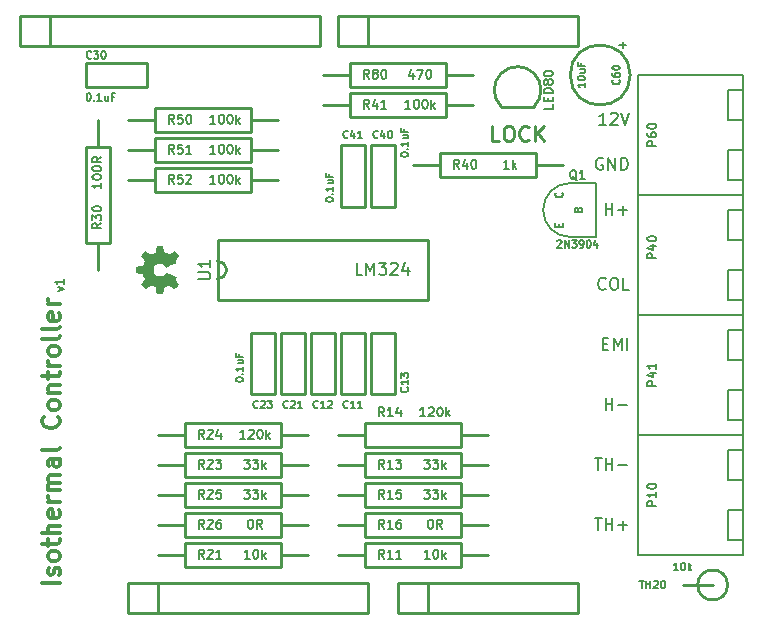
<source format=gto>
G04 (created by PCBNEW (22-Jun-2014 BZR 4027)-stable) date Sun 28 Jan 2018 01:51:54 PM CST*
%MOIN*%
G04 Gerber Fmt 3.4, Leading zero omitted, Abs format*
%FSLAX34Y34*%
G01*
G70*
G90*
G04 APERTURE LIST*
%ADD10C,0.00590551*%
%ADD11C,0.008*%
%ADD12C,0.006*%
%ADD13C,0.01*%
%ADD14C,0.012*%
%ADD15C,0.0001*%
%ADD16C,0.005*%
G04 APERTURE END LIST*
G54D10*
G54D11*
X88450Y-52161D02*
X88221Y-52161D01*
X88335Y-52161D02*
X88335Y-51761D01*
X88297Y-51819D01*
X88259Y-51857D01*
X88221Y-51876D01*
X88602Y-51800D02*
X88621Y-51780D01*
X88659Y-51761D01*
X88754Y-51761D01*
X88792Y-51780D01*
X88811Y-51800D01*
X88830Y-51838D01*
X88830Y-51876D01*
X88811Y-51933D01*
X88583Y-52161D01*
X88830Y-52161D01*
X88945Y-51761D02*
X89078Y-52161D01*
X89211Y-51761D01*
X88335Y-53280D02*
X88297Y-53261D01*
X88240Y-53261D01*
X88183Y-53280D01*
X88145Y-53319D01*
X88126Y-53357D01*
X88107Y-53433D01*
X88107Y-53490D01*
X88126Y-53566D01*
X88145Y-53604D01*
X88183Y-53642D01*
X88240Y-53661D01*
X88278Y-53661D01*
X88335Y-53642D01*
X88354Y-53623D01*
X88354Y-53490D01*
X88278Y-53490D01*
X88526Y-53661D02*
X88526Y-53261D01*
X88754Y-53661D01*
X88754Y-53261D01*
X88945Y-53661D02*
X88945Y-53261D01*
X89040Y-53261D01*
X89097Y-53280D01*
X89135Y-53319D01*
X89154Y-53357D01*
X89173Y-53433D01*
X89173Y-53490D01*
X89154Y-53566D01*
X89135Y-53604D01*
X89097Y-53642D01*
X89040Y-53661D01*
X88945Y-53661D01*
X88430Y-55161D02*
X88430Y-54761D01*
X88430Y-54952D02*
X88659Y-54952D01*
X88659Y-55161D02*
X88659Y-54761D01*
X88850Y-55009D02*
X89154Y-55009D01*
X89002Y-55161D02*
X89002Y-54857D01*
X88430Y-57623D02*
X88411Y-57642D01*
X88354Y-57661D01*
X88316Y-57661D01*
X88259Y-57642D01*
X88221Y-57604D01*
X88202Y-57566D01*
X88183Y-57490D01*
X88183Y-57433D01*
X88202Y-57357D01*
X88221Y-57319D01*
X88259Y-57280D01*
X88316Y-57261D01*
X88354Y-57261D01*
X88411Y-57280D01*
X88430Y-57300D01*
X88678Y-57261D02*
X88754Y-57261D01*
X88792Y-57280D01*
X88830Y-57319D01*
X88850Y-57395D01*
X88850Y-57528D01*
X88830Y-57604D01*
X88792Y-57642D01*
X88754Y-57661D01*
X88678Y-57661D01*
X88640Y-57642D01*
X88602Y-57604D01*
X88583Y-57528D01*
X88583Y-57395D01*
X88602Y-57319D01*
X88640Y-57280D01*
X88678Y-57261D01*
X89211Y-57661D02*
X89021Y-57661D01*
X89021Y-57261D01*
X88335Y-59452D02*
X88469Y-59452D01*
X88526Y-59661D02*
X88335Y-59661D01*
X88335Y-59261D01*
X88526Y-59261D01*
X88697Y-59661D02*
X88697Y-59261D01*
X88830Y-59547D01*
X88964Y-59261D01*
X88964Y-59661D01*
X89154Y-59661D02*
X89154Y-59261D01*
X88430Y-61661D02*
X88430Y-61261D01*
X88430Y-61452D02*
X88659Y-61452D01*
X88659Y-61661D02*
X88659Y-61261D01*
X88850Y-61509D02*
X89154Y-61509D01*
X88069Y-63261D02*
X88297Y-63261D01*
X88183Y-63661D02*
X88183Y-63261D01*
X88430Y-63661D02*
X88430Y-63261D01*
X88430Y-63452D02*
X88659Y-63452D01*
X88659Y-63661D02*
X88659Y-63261D01*
X88850Y-63509D02*
X89154Y-63509D01*
X88069Y-65261D02*
X88297Y-65261D01*
X88183Y-65661D02*
X88183Y-65261D01*
X88430Y-65661D02*
X88430Y-65261D01*
X88430Y-65452D02*
X88659Y-65452D01*
X88659Y-65661D02*
X88659Y-65261D01*
X88850Y-65509D02*
X89154Y-65509D01*
X89002Y-65661D02*
X89002Y-65357D01*
G54D12*
X70171Y-57714D02*
X70371Y-57642D01*
X70171Y-57571D01*
X70371Y-57300D02*
X70371Y-57471D01*
X70371Y-57385D02*
X70071Y-57385D01*
X70114Y-57414D01*
X70142Y-57442D01*
X70157Y-57471D01*
G54D13*
X84892Y-52702D02*
X84654Y-52702D01*
X84654Y-52202D01*
X85154Y-52202D02*
X85250Y-52202D01*
X85297Y-52226D01*
X85345Y-52273D01*
X85369Y-52369D01*
X85369Y-52535D01*
X85345Y-52630D01*
X85297Y-52678D01*
X85250Y-52702D01*
X85154Y-52702D01*
X85107Y-52678D01*
X85059Y-52630D01*
X85035Y-52535D01*
X85035Y-52369D01*
X85059Y-52273D01*
X85107Y-52226D01*
X85154Y-52202D01*
X85869Y-52654D02*
X85845Y-52678D01*
X85773Y-52702D01*
X85726Y-52702D01*
X85654Y-52678D01*
X85607Y-52630D01*
X85583Y-52583D01*
X85559Y-52488D01*
X85559Y-52416D01*
X85583Y-52321D01*
X85607Y-52273D01*
X85654Y-52226D01*
X85726Y-52202D01*
X85773Y-52202D01*
X85845Y-52226D01*
X85869Y-52250D01*
X86083Y-52702D02*
X86083Y-52202D01*
X86369Y-52702D02*
X86154Y-52416D01*
X86369Y-52202D02*
X86083Y-52488D01*
G54D14*
X70242Y-67435D02*
X69642Y-67435D01*
X70214Y-67178D02*
X70242Y-67121D01*
X70242Y-67007D01*
X70214Y-66950D01*
X70157Y-66921D01*
X70128Y-66921D01*
X70071Y-66950D01*
X70042Y-67007D01*
X70042Y-67092D01*
X70014Y-67150D01*
X69957Y-67178D01*
X69928Y-67178D01*
X69871Y-67150D01*
X69842Y-67092D01*
X69842Y-67007D01*
X69871Y-66950D01*
X70242Y-66578D02*
X70214Y-66635D01*
X70185Y-66664D01*
X70128Y-66692D01*
X69957Y-66692D01*
X69900Y-66664D01*
X69871Y-66635D01*
X69842Y-66578D01*
X69842Y-66492D01*
X69871Y-66435D01*
X69900Y-66407D01*
X69957Y-66378D01*
X70128Y-66378D01*
X70185Y-66407D01*
X70214Y-66435D01*
X70242Y-66492D01*
X70242Y-66578D01*
X69842Y-66207D02*
X69842Y-65978D01*
X69642Y-66121D02*
X70157Y-66121D01*
X70214Y-66092D01*
X70242Y-66035D01*
X70242Y-65978D01*
X70242Y-65778D02*
X69642Y-65778D01*
X70242Y-65521D02*
X69928Y-65521D01*
X69871Y-65550D01*
X69842Y-65607D01*
X69842Y-65692D01*
X69871Y-65750D01*
X69900Y-65778D01*
X70214Y-65007D02*
X70242Y-65064D01*
X70242Y-65178D01*
X70214Y-65235D01*
X70157Y-65264D01*
X69928Y-65264D01*
X69871Y-65235D01*
X69842Y-65178D01*
X69842Y-65064D01*
X69871Y-65007D01*
X69928Y-64978D01*
X69985Y-64978D01*
X70042Y-65264D01*
X70242Y-64721D02*
X69842Y-64721D01*
X69957Y-64721D02*
X69900Y-64692D01*
X69871Y-64664D01*
X69842Y-64607D01*
X69842Y-64550D01*
X70242Y-64350D02*
X69842Y-64350D01*
X69900Y-64350D02*
X69871Y-64321D01*
X69842Y-64264D01*
X69842Y-64178D01*
X69871Y-64121D01*
X69928Y-64092D01*
X70242Y-64092D01*
X69928Y-64092D02*
X69871Y-64064D01*
X69842Y-64007D01*
X69842Y-63921D01*
X69871Y-63864D01*
X69928Y-63835D01*
X70242Y-63835D01*
X70242Y-63292D02*
X69928Y-63292D01*
X69871Y-63321D01*
X69842Y-63378D01*
X69842Y-63492D01*
X69871Y-63550D01*
X70214Y-63292D02*
X70242Y-63350D01*
X70242Y-63492D01*
X70214Y-63550D01*
X70157Y-63578D01*
X70100Y-63578D01*
X70042Y-63550D01*
X70014Y-63492D01*
X70014Y-63350D01*
X69985Y-63292D01*
X70242Y-62921D02*
X70214Y-62978D01*
X70157Y-63007D01*
X69642Y-63007D01*
X70185Y-61892D02*
X70214Y-61921D01*
X70242Y-62007D01*
X70242Y-62064D01*
X70214Y-62150D01*
X70157Y-62207D01*
X70100Y-62235D01*
X69985Y-62264D01*
X69900Y-62264D01*
X69785Y-62235D01*
X69728Y-62207D01*
X69671Y-62150D01*
X69642Y-62064D01*
X69642Y-62007D01*
X69671Y-61921D01*
X69700Y-61892D01*
X70242Y-61550D02*
X70214Y-61607D01*
X70185Y-61635D01*
X70128Y-61664D01*
X69957Y-61664D01*
X69900Y-61635D01*
X69871Y-61607D01*
X69842Y-61550D01*
X69842Y-61464D01*
X69871Y-61407D01*
X69900Y-61378D01*
X69957Y-61350D01*
X70128Y-61350D01*
X70185Y-61378D01*
X70214Y-61407D01*
X70242Y-61464D01*
X70242Y-61550D01*
X69842Y-61092D02*
X70242Y-61092D01*
X69900Y-61092D02*
X69871Y-61064D01*
X69842Y-61007D01*
X69842Y-60921D01*
X69871Y-60864D01*
X69928Y-60835D01*
X70242Y-60835D01*
X69842Y-60635D02*
X69842Y-60407D01*
X69642Y-60550D02*
X70157Y-60550D01*
X70214Y-60521D01*
X70242Y-60464D01*
X70242Y-60407D01*
X70242Y-60207D02*
X69842Y-60207D01*
X69957Y-60207D02*
X69900Y-60178D01*
X69871Y-60150D01*
X69842Y-60092D01*
X69842Y-60035D01*
X70242Y-59750D02*
X70214Y-59807D01*
X70185Y-59835D01*
X70128Y-59864D01*
X69957Y-59864D01*
X69900Y-59835D01*
X69871Y-59807D01*
X69842Y-59750D01*
X69842Y-59664D01*
X69871Y-59607D01*
X69900Y-59578D01*
X69957Y-59550D01*
X70128Y-59550D01*
X70185Y-59578D01*
X70214Y-59607D01*
X70242Y-59664D01*
X70242Y-59750D01*
X70242Y-59207D02*
X70214Y-59264D01*
X70157Y-59292D01*
X69642Y-59292D01*
X70242Y-58892D02*
X70214Y-58950D01*
X70157Y-58978D01*
X69642Y-58978D01*
X70214Y-58435D02*
X70242Y-58492D01*
X70242Y-58607D01*
X70214Y-58664D01*
X70157Y-58692D01*
X69928Y-58692D01*
X69871Y-58664D01*
X69842Y-58607D01*
X69842Y-58492D01*
X69871Y-58435D01*
X69928Y-58407D01*
X69985Y-58407D01*
X70042Y-58692D01*
X70242Y-58150D02*
X69842Y-58150D01*
X69957Y-58150D02*
X69900Y-58121D01*
X69871Y-58092D01*
X69842Y-58035D01*
X69842Y-57978D01*
G54D10*
X87250Y-55900D02*
X88100Y-55900D01*
X88100Y-55900D02*
X88100Y-54100D01*
X88100Y-54100D02*
X87250Y-54100D01*
X87250Y-54100D02*
G75*
G03X86350Y-55000I0J-900D01*
G74*
G01*
X86350Y-55000D02*
G75*
G03X87250Y-55900I900J0D01*
G74*
G01*
X93000Y-52000D02*
X92500Y-52000D01*
X92500Y-52000D02*
X92500Y-51000D01*
X92500Y-51000D02*
X93000Y-51000D01*
X93000Y-54000D02*
X92500Y-54000D01*
X92500Y-54000D02*
X92500Y-53000D01*
X92500Y-53000D02*
X93000Y-53000D01*
X89500Y-54500D02*
X93000Y-54500D01*
X93000Y-54500D02*
X93000Y-50500D01*
X93000Y-50500D02*
X89500Y-50500D01*
X89500Y-50500D02*
X89500Y-54500D01*
X93000Y-60000D02*
X92500Y-60000D01*
X92500Y-60000D02*
X92500Y-59000D01*
X92500Y-59000D02*
X93000Y-59000D01*
X93000Y-62000D02*
X92500Y-62000D01*
X92500Y-62000D02*
X92500Y-61000D01*
X92500Y-61000D02*
X93000Y-61000D01*
X89500Y-62500D02*
X93000Y-62500D01*
X93000Y-62500D02*
X93000Y-58500D01*
X93000Y-58500D02*
X89500Y-58500D01*
X89500Y-58500D02*
X89500Y-62500D01*
X93000Y-56000D02*
X92500Y-56000D01*
X92500Y-56000D02*
X92500Y-55000D01*
X92500Y-55000D02*
X93000Y-55000D01*
X93000Y-58000D02*
X92500Y-58000D01*
X92500Y-58000D02*
X92500Y-57000D01*
X92500Y-57000D02*
X93000Y-57000D01*
X89500Y-58500D02*
X93000Y-58500D01*
X93000Y-58500D02*
X93000Y-54500D01*
X93000Y-54500D02*
X89500Y-54500D01*
X89500Y-54500D02*
X89500Y-58500D01*
X93000Y-64000D02*
X92500Y-64000D01*
X92500Y-64000D02*
X92500Y-63000D01*
X92500Y-63000D02*
X93000Y-63000D01*
X93000Y-66000D02*
X92500Y-66000D01*
X92500Y-66000D02*
X92500Y-65000D01*
X92500Y-65000D02*
X93000Y-65000D01*
X89500Y-66500D02*
X93000Y-66500D01*
X93000Y-66500D02*
X93000Y-62500D01*
X93000Y-62500D02*
X89500Y-62500D01*
X89500Y-62500D02*
X89500Y-66500D01*
G54D13*
X78000Y-62500D02*
X78500Y-62500D01*
X74000Y-62500D02*
X73500Y-62500D01*
X78000Y-62500D02*
X77600Y-62500D01*
X77600Y-62500D02*
X77600Y-62900D01*
X77600Y-62900D02*
X74400Y-62900D01*
X74400Y-62900D02*
X74400Y-62100D01*
X74400Y-62100D02*
X77600Y-62100D01*
X77600Y-62100D02*
X77600Y-62500D01*
X74000Y-62500D02*
X74400Y-62500D01*
X80000Y-66500D02*
X79500Y-66500D01*
X84000Y-66500D02*
X84500Y-66500D01*
X80000Y-66500D02*
X80400Y-66500D01*
X80400Y-66500D02*
X80400Y-66100D01*
X80400Y-66100D02*
X83600Y-66100D01*
X83600Y-66100D02*
X83600Y-66900D01*
X83600Y-66900D02*
X80400Y-66900D01*
X80400Y-66900D02*
X80400Y-66500D01*
X84000Y-66500D02*
X83600Y-66500D01*
X78000Y-66500D02*
X78500Y-66500D01*
X74000Y-66500D02*
X73500Y-66500D01*
X78000Y-66500D02*
X77600Y-66500D01*
X77600Y-66500D02*
X77600Y-66900D01*
X77600Y-66900D02*
X74400Y-66900D01*
X74400Y-66900D02*
X74400Y-66100D01*
X74400Y-66100D02*
X77600Y-66100D01*
X77600Y-66100D02*
X77600Y-66500D01*
X74000Y-66500D02*
X74400Y-66500D01*
X73000Y-52000D02*
X72500Y-52000D01*
X77000Y-52000D02*
X77500Y-52000D01*
X73000Y-52000D02*
X73400Y-52000D01*
X73400Y-52000D02*
X73400Y-51600D01*
X73400Y-51600D02*
X76600Y-51600D01*
X76600Y-51600D02*
X76600Y-52400D01*
X76600Y-52400D02*
X73400Y-52400D01*
X73400Y-52400D02*
X73400Y-52000D01*
X77000Y-52000D02*
X76600Y-52000D01*
X74000Y-63500D02*
X73500Y-63500D01*
X78000Y-63500D02*
X78500Y-63500D01*
X74000Y-63500D02*
X74400Y-63500D01*
X74400Y-63500D02*
X74400Y-63100D01*
X74400Y-63100D02*
X77600Y-63100D01*
X77600Y-63100D02*
X77600Y-63900D01*
X77600Y-63900D02*
X74400Y-63900D01*
X74400Y-63900D02*
X74400Y-63500D01*
X78000Y-63500D02*
X77600Y-63500D01*
X78000Y-64500D02*
X78500Y-64500D01*
X74000Y-64500D02*
X73500Y-64500D01*
X78000Y-64500D02*
X77600Y-64500D01*
X77600Y-64500D02*
X77600Y-64900D01*
X77600Y-64900D02*
X74400Y-64900D01*
X74400Y-64900D02*
X74400Y-64100D01*
X74400Y-64100D02*
X77600Y-64100D01*
X77600Y-64100D02*
X77600Y-64500D01*
X74000Y-64500D02*
X74400Y-64500D01*
X77000Y-54000D02*
X77500Y-54000D01*
X73000Y-54000D02*
X72500Y-54000D01*
X77000Y-54000D02*
X76600Y-54000D01*
X76600Y-54000D02*
X76600Y-54400D01*
X76600Y-54400D02*
X73400Y-54400D01*
X73400Y-54400D02*
X73400Y-53600D01*
X73400Y-53600D02*
X76600Y-53600D01*
X76600Y-53600D02*
X76600Y-54000D01*
X73000Y-54000D02*
X73400Y-54000D01*
X74000Y-65500D02*
X73500Y-65500D01*
X78000Y-65500D02*
X78500Y-65500D01*
X74000Y-65500D02*
X74400Y-65500D01*
X74400Y-65500D02*
X74400Y-65100D01*
X74400Y-65100D02*
X77600Y-65100D01*
X77600Y-65100D02*
X77600Y-65900D01*
X77600Y-65900D02*
X74400Y-65900D01*
X74400Y-65900D02*
X74400Y-65500D01*
X78000Y-65500D02*
X77600Y-65500D01*
X73000Y-53000D02*
X72500Y-53000D01*
X77000Y-53000D02*
X77500Y-53000D01*
X73000Y-53000D02*
X73400Y-53000D01*
X73400Y-53000D02*
X73400Y-52600D01*
X73400Y-52600D02*
X76600Y-52600D01*
X76600Y-52600D02*
X76600Y-53400D01*
X76600Y-53400D02*
X73400Y-53400D01*
X73400Y-53400D02*
X73400Y-53000D01*
X77000Y-53000D02*
X76600Y-53000D01*
X80000Y-62500D02*
X79500Y-62500D01*
X84000Y-62500D02*
X84500Y-62500D01*
X80000Y-62500D02*
X80400Y-62500D01*
X80400Y-62500D02*
X80400Y-62100D01*
X80400Y-62100D02*
X83600Y-62100D01*
X83600Y-62100D02*
X83600Y-62900D01*
X83600Y-62900D02*
X80400Y-62900D01*
X80400Y-62900D02*
X80400Y-62500D01*
X84000Y-62500D02*
X83600Y-62500D01*
X71500Y-56500D02*
X71500Y-57000D01*
X71500Y-52500D02*
X71500Y-52000D01*
X71500Y-56500D02*
X71500Y-56100D01*
X71500Y-56100D02*
X71100Y-56100D01*
X71100Y-56100D02*
X71100Y-52900D01*
X71100Y-52900D02*
X71900Y-52900D01*
X71900Y-52900D02*
X71900Y-56100D01*
X71900Y-56100D02*
X71500Y-56100D01*
X71500Y-52500D02*
X71500Y-52900D01*
X86500Y-53500D02*
X87000Y-53500D01*
X82500Y-53500D02*
X82000Y-53500D01*
X86500Y-53500D02*
X86100Y-53500D01*
X86100Y-53500D02*
X86100Y-53900D01*
X86100Y-53900D02*
X82900Y-53900D01*
X82900Y-53900D02*
X82900Y-53100D01*
X82900Y-53100D02*
X86100Y-53100D01*
X86100Y-53100D02*
X86100Y-53500D01*
X82500Y-53500D02*
X82900Y-53500D01*
X79500Y-51500D02*
X79000Y-51500D01*
X83500Y-51500D02*
X84000Y-51500D01*
X79500Y-51500D02*
X79900Y-51500D01*
X79900Y-51500D02*
X79900Y-51100D01*
X79900Y-51100D02*
X83100Y-51100D01*
X83100Y-51100D02*
X83100Y-51900D01*
X83100Y-51900D02*
X79900Y-51900D01*
X79900Y-51900D02*
X79900Y-51500D01*
X83500Y-51500D02*
X83100Y-51500D01*
X84000Y-65500D02*
X84500Y-65500D01*
X80000Y-65500D02*
X79500Y-65500D01*
X84000Y-65500D02*
X83600Y-65500D01*
X83600Y-65500D02*
X83600Y-65900D01*
X83600Y-65900D02*
X80400Y-65900D01*
X80400Y-65900D02*
X80400Y-65100D01*
X80400Y-65100D02*
X83600Y-65100D01*
X83600Y-65100D02*
X83600Y-65500D01*
X80000Y-65500D02*
X80400Y-65500D01*
X80000Y-64500D02*
X79500Y-64500D01*
X84000Y-64500D02*
X84500Y-64500D01*
X80000Y-64500D02*
X80400Y-64500D01*
X80400Y-64500D02*
X80400Y-64100D01*
X80400Y-64100D02*
X83600Y-64100D01*
X83600Y-64100D02*
X83600Y-64900D01*
X83600Y-64900D02*
X80400Y-64900D01*
X80400Y-64900D02*
X80400Y-64500D01*
X84000Y-64500D02*
X83600Y-64500D01*
X84000Y-63500D02*
X84500Y-63500D01*
X80000Y-63500D02*
X79500Y-63500D01*
X84000Y-63500D02*
X83600Y-63500D01*
X83600Y-63500D02*
X83600Y-63900D01*
X83600Y-63900D02*
X80400Y-63900D01*
X80400Y-63900D02*
X80400Y-63100D01*
X80400Y-63100D02*
X83600Y-63100D01*
X83600Y-63100D02*
X83600Y-63500D01*
X80000Y-63500D02*
X80400Y-63500D01*
X89250Y-50500D02*
G75*
G03X89250Y-50500I-1000J0D01*
G74*
G01*
X79500Y-58000D02*
X82500Y-58000D01*
X79500Y-56000D02*
X82500Y-56000D01*
X75800Y-57000D02*
G75*
G03X75500Y-56700I-300J0D01*
G74*
G01*
X75500Y-57300D02*
G75*
G03X75800Y-57000I0J300D01*
G74*
G01*
X75500Y-56000D02*
X79500Y-56000D01*
X82500Y-56000D02*
X82500Y-58000D01*
X79500Y-58000D02*
X75500Y-58000D01*
X75500Y-58000D02*
X75500Y-56000D01*
X71100Y-50900D02*
X73150Y-50900D01*
X71100Y-50100D02*
X73150Y-50100D01*
X73150Y-50100D02*
X73150Y-50900D01*
X71100Y-50900D02*
X71100Y-50100D01*
X76600Y-59100D02*
X76600Y-61150D01*
X77400Y-59100D02*
X77400Y-61150D01*
X77400Y-61150D02*
X76600Y-61150D01*
X76600Y-59100D02*
X77400Y-59100D01*
X77600Y-59100D02*
X77600Y-61150D01*
X78400Y-59100D02*
X78400Y-61150D01*
X78400Y-61150D02*
X77600Y-61150D01*
X77600Y-59100D02*
X78400Y-59100D01*
X81400Y-54900D02*
X81400Y-52850D01*
X80600Y-54900D02*
X80600Y-52850D01*
X80600Y-52850D02*
X81400Y-52850D01*
X81400Y-54900D02*
X80600Y-54900D01*
X80400Y-54900D02*
X80400Y-52850D01*
X79600Y-54900D02*
X79600Y-52850D01*
X79600Y-52850D02*
X80400Y-52850D01*
X80400Y-54900D02*
X79600Y-54900D01*
X80600Y-59100D02*
X80600Y-61150D01*
X81400Y-59100D02*
X81400Y-61150D01*
X81400Y-61150D02*
X80600Y-61150D01*
X80600Y-59100D02*
X81400Y-59100D01*
X79600Y-59100D02*
X79600Y-61150D01*
X80400Y-59100D02*
X80400Y-61150D01*
X80400Y-61150D02*
X79600Y-61150D01*
X79600Y-59100D02*
X80400Y-59100D01*
X78600Y-59100D02*
X78600Y-61150D01*
X79400Y-59100D02*
X79400Y-61150D01*
X79400Y-61150D02*
X78600Y-61150D01*
X78600Y-59100D02*
X79400Y-59100D01*
X72500Y-68450D02*
X80500Y-68450D01*
X72500Y-67450D02*
X80500Y-67450D01*
X73500Y-67450D02*
X73500Y-68450D01*
X80500Y-67450D02*
X80500Y-68450D01*
X72500Y-68450D02*
X72500Y-67450D01*
X79500Y-49550D02*
X87500Y-49550D01*
X79500Y-48550D02*
X87500Y-48550D01*
X80500Y-48550D02*
X80500Y-49550D01*
X87500Y-48550D02*
X87500Y-49550D01*
X79500Y-49550D02*
X79500Y-48550D01*
X81500Y-68450D02*
X87500Y-68450D01*
X81500Y-67450D02*
X87500Y-67450D01*
X82500Y-67450D02*
X82500Y-68450D01*
X87500Y-67450D02*
X87500Y-68450D01*
X81500Y-68450D02*
X81500Y-67450D01*
X68900Y-49550D02*
X78900Y-49550D01*
X68900Y-48550D02*
X78900Y-48550D01*
X69900Y-48550D02*
X69900Y-49550D01*
X78900Y-48550D02*
X78900Y-49550D01*
X68900Y-49550D02*
X68900Y-48550D01*
X79500Y-50500D02*
X79000Y-50500D01*
X83500Y-50500D02*
X84000Y-50500D01*
X79500Y-50500D02*
X79900Y-50500D01*
X79900Y-50500D02*
X79900Y-50100D01*
X79900Y-50100D02*
X83100Y-50100D01*
X83100Y-50100D02*
X83100Y-50900D01*
X83100Y-50900D02*
X79900Y-50900D01*
X79900Y-50900D02*
X79900Y-50500D01*
X83500Y-50500D02*
X83100Y-50500D01*
X86051Y-51551D02*
X84948Y-51551D01*
X84948Y-50448D02*
G75*
G03X84948Y-51551I551J-551D01*
G74*
G01*
X86051Y-50448D02*
G75*
G03X84948Y-50448I-551J-551D01*
G74*
G01*
X86051Y-51551D02*
G75*
G03X86051Y-50448I-551J551D01*
G74*
G01*
X92500Y-67500D02*
G75*
G03X92500Y-67500I-500J0D01*
G74*
G01*
X92000Y-67500D02*
X91000Y-67500D01*
G54D15*
G36*
X74207Y-57477D02*
X74203Y-57469D01*
X74191Y-57450D01*
X74174Y-57424D01*
X74153Y-57393D01*
X74132Y-57362D01*
X74115Y-57336D01*
X74103Y-57318D01*
X74099Y-57311D01*
X74100Y-57307D01*
X74108Y-57292D01*
X74119Y-57270D01*
X74125Y-57258D01*
X74134Y-57238D01*
X74136Y-57228D01*
X74133Y-57227D01*
X74118Y-57219D01*
X74092Y-57208D01*
X74058Y-57193D01*
X74018Y-57176D01*
X73975Y-57158D01*
X73931Y-57140D01*
X73889Y-57122D01*
X73851Y-57107D01*
X73821Y-57094D01*
X73799Y-57086D01*
X73790Y-57083D01*
X73788Y-57084D01*
X73779Y-57094D01*
X73766Y-57111D01*
X73735Y-57149D01*
X73689Y-57185D01*
X73637Y-57208D01*
X73579Y-57215D01*
X73526Y-57209D01*
X73475Y-57188D01*
X73428Y-57152D01*
X73394Y-57108D01*
X73372Y-57057D01*
X73365Y-57000D01*
X73371Y-56945D01*
X73392Y-56893D01*
X73427Y-56846D01*
X73450Y-56827D01*
X73497Y-56800D01*
X73547Y-56784D01*
X73559Y-56783D01*
X73615Y-56785D01*
X73668Y-56801D01*
X73715Y-56830D01*
X73754Y-56871D01*
X73758Y-56876D01*
X73772Y-56895D01*
X73781Y-56907D01*
X73789Y-56917D01*
X73959Y-56847D01*
X73986Y-56836D01*
X74032Y-56816D01*
X74072Y-56799D01*
X74104Y-56786D01*
X74125Y-56776D01*
X74134Y-56772D01*
X74134Y-56772D01*
X74135Y-56766D01*
X74130Y-56753D01*
X74119Y-56729D01*
X74111Y-56713D01*
X74102Y-56695D01*
X74099Y-56687D01*
X74103Y-56680D01*
X74114Y-56663D01*
X74131Y-56638D01*
X74151Y-56608D01*
X74171Y-56579D01*
X74189Y-56552D01*
X74201Y-56533D01*
X74206Y-56523D01*
X74206Y-56522D01*
X74201Y-56514D01*
X74189Y-56498D01*
X74167Y-56475D01*
X74135Y-56443D01*
X74130Y-56438D01*
X74102Y-56411D01*
X74079Y-56389D01*
X74063Y-56374D01*
X74056Y-56369D01*
X74056Y-56369D01*
X74046Y-56374D01*
X74027Y-56386D01*
X74000Y-56404D01*
X73969Y-56425D01*
X73887Y-56481D01*
X73810Y-56450D01*
X73787Y-56441D01*
X73758Y-56429D01*
X73738Y-56420D01*
X73729Y-56415D01*
X73726Y-56407D01*
X73721Y-56386D01*
X73714Y-56355D01*
X73708Y-56319D01*
X73701Y-56284D01*
X73695Y-56253D01*
X73691Y-56230D01*
X73689Y-56220D01*
X73687Y-56218D01*
X73682Y-56216D01*
X73672Y-56214D01*
X73653Y-56214D01*
X73623Y-56213D01*
X73579Y-56213D01*
X73575Y-56213D01*
X73533Y-56214D01*
X73500Y-56214D01*
X73479Y-56215D01*
X73471Y-56217D01*
X73471Y-56217D01*
X73468Y-56227D01*
X73464Y-56249D01*
X73457Y-56280D01*
X73450Y-56318D01*
X73450Y-56320D01*
X73443Y-56357D01*
X73436Y-56388D01*
X73431Y-56410D01*
X73428Y-56419D01*
X73426Y-56421D01*
X73411Y-56429D01*
X73388Y-56440D01*
X73360Y-56452D01*
X73331Y-56464D01*
X73304Y-56475D01*
X73285Y-56482D01*
X73276Y-56484D01*
X73276Y-56484D01*
X73267Y-56478D01*
X73247Y-56465D01*
X73221Y-56447D01*
X73189Y-56425D01*
X73186Y-56424D01*
X73155Y-56402D01*
X73128Y-56385D01*
X73109Y-56373D01*
X73101Y-56369D01*
X73100Y-56369D01*
X73091Y-56376D01*
X73073Y-56392D01*
X73049Y-56415D01*
X73021Y-56443D01*
X73013Y-56452D01*
X72983Y-56482D01*
X72963Y-56503D01*
X72953Y-56517D01*
X72950Y-56523D01*
X72951Y-56523D01*
X72956Y-56533D01*
X72969Y-56553D01*
X72988Y-56580D01*
X73009Y-56612D01*
X73011Y-56614D01*
X73032Y-56645D01*
X73050Y-56671D01*
X73062Y-56690D01*
X73067Y-56698D01*
X73067Y-56700D01*
X73063Y-56712D01*
X73056Y-56735D01*
X73045Y-56762D01*
X73033Y-56791D01*
X73022Y-56818D01*
X73013Y-56838D01*
X73008Y-56847D01*
X73007Y-56847D01*
X72996Y-56851D01*
X72972Y-56856D01*
X72940Y-56863D01*
X72901Y-56870D01*
X72895Y-56871D01*
X72858Y-56878D01*
X72827Y-56884D01*
X72805Y-56889D01*
X72796Y-56891D01*
X72795Y-56896D01*
X72794Y-56915D01*
X72793Y-56943D01*
X72793Y-56977D01*
X72793Y-57012D01*
X72794Y-57046D01*
X72795Y-57076D01*
X72796Y-57097D01*
X72798Y-57106D01*
X72799Y-57107D01*
X72810Y-57110D01*
X72834Y-57115D01*
X72866Y-57122D01*
X72905Y-57129D01*
X72912Y-57130D01*
X72949Y-57137D01*
X72980Y-57144D01*
X73001Y-57148D01*
X73009Y-57151D01*
X73011Y-57154D01*
X73018Y-57169D01*
X73028Y-57194D01*
X73041Y-57226D01*
X73070Y-57298D01*
X73009Y-57386D01*
X73004Y-57394D01*
X72982Y-57426D01*
X72965Y-57452D01*
X72953Y-57470D01*
X72949Y-57478D01*
X72949Y-57478D01*
X72957Y-57487D01*
X72973Y-57505D01*
X72997Y-57529D01*
X73024Y-57556D01*
X73045Y-57577D01*
X73070Y-57601D01*
X73086Y-57617D01*
X73097Y-57625D01*
X73104Y-57628D01*
X73108Y-57627D01*
X73117Y-57622D01*
X73136Y-57609D01*
X73163Y-57591D01*
X73194Y-57569D01*
X73221Y-57551D01*
X73250Y-57532D01*
X73271Y-57520D01*
X73282Y-57515D01*
X73286Y-57516D01*
X73303Y-57523D01*
X73330Y-57533D01*
X73361Y-57546D01*
X73431Y-57577D01*
X73439Y-57623D01*
X73445Y-57651D01*
X73452Y-57690D01*
X73459Y-57727D01*
X73471Y-57785D01*
X73683Y-57787D01*
X73687Y-57778D01*
X73690Y-57769D01*
X73694Y-57748D01*
X73700Y-57717D01*
X73707Y-57681D01*
X73713Y-57650D01*
X73719Y-57619D01*
X73723Y-57597D01*
X73725Y-57587D01*
X73729Y-57584D01*
X73744Y-57576D01*
X73768Y-57565D01*
X73797Y-57553D01*
X73826Y-57541D01*
X73854Y-57530D01*
X73875Y-57522D01*
X73886Y-57519D01*
X73894Y-57523D01*
X73912Y-57535D01*
X73938Y-57552D01*
X73969Y-57573D01*
X74000Y-57595D01*
X74027Y-57612D01*
X74046Y-57625D01*
X74054Y-57630D01*
X74060Y-57627D01*
X74075Y-57615D01*
X74099Y-57592D01*
X74134Y-57557D01*
X74139Y-57551D01*
X74166Y-57524D01*
X74187Y-57500D01*
X74202Y-57484D01*
X74207Y-57477D01*
X74207Y-57477D01*
G37*
G54D12*
X87471Y-54000D02*
X87442Y-53985D01*
X87414Y-53957D01*
X87371Y-53914D01*
X87342Y-53900D01*
X87314Y-53900D01*
X87328Y-53971D02*
X87300Y-53957D01*
X87271Y-53928D01*
X87257Y-53871D01*
X87257Y-53771D01*
X87271Y-53714D01*
X87300Y-53685D01*
X87328Y-53671D01*
X87385Y-53671D01*
X87414Y-53685D01*
X87442Y-53714D01*
X87457Y-53771D01*
X87457Y-53871D01*
X87442Y-53928D01*
X87414Y-53957D01*
X87385Y-53971D01*
X87328Y-53971D01*
X87742Y-53971D02*
X87571Y-53971D01*
X87657Y-53971D02*
X87657Y-53671D01*
X87628Y-53714D01*
X87600Y-53742D01*
X87571Y-53757D01*
G54D16*
X86821Y-56025D02*
X86833Y-56013D01*
X86857Y-56001D01*
X86916Y-56001D01*
X86940Y-56013D01*
X86952Y-56025D01*
X86964Y-56048D01*
X86964Y-56072D01*
X86952Y-56108D01*
X86809Y-56251D01*
X86964Y-56251D01*
X87071Y-56251D02*
X87071Y-56001D01*
X87214Y-56251D01*
X87214Y-56001D01*
X87309Y-56001D02*
X87464Y-56001D01*
X87380Y-56096D01*
X87416Y-56096D01*
X87440Y-56108D01*
X87452Y-56120D01*
X87464Y-56144D01*
X87464Y-56203D01*
X87452Y-56227D01*
X87440Y-56239D01*
X87416Y-56251D01*
X87345Y-56251D01*
X87321Y-56239D01*
X87309Y-56227D01*
X87583Y-56251D02*
X87630Y-56251D01*
X87654Y-56239D01*
X87666Y-56227D01*
X87690Y-56191D01*
X87702Y-56144D01*
X87702Y-56048D01*
X87690Y-56025D01*
X87678Y-56013D01*
X87654Y-56001D01*
X87607Y-56001D01*
X87583Y-56013D01*
X87571Y-56025D01*
X87559Y-56048D01*
X87559Y-56108D01*
X87571Y-56132D01*
X87583Y-56144D01*
X87607Y-56155D01*
X87654Y-56155D01*
X87678Y-56144D01*
X87690Y-56132D01*
X87702Y-56108D01*
X87857Y-56001D02*
X87880Y-56001D01*
X87904Y-56013D01*
X87916Y-56025D01*
X87928Y-56048D01*
X87940Y-56096D01*
X87940Y-56155D01*
X87928Y-56203D01*
X87916Y-56227D01*
X87904Y-56239D01*
X87880Y-56251D01*
X87857Y-56251D01*
X87833Y-56239D01*
X87821Y-56227D01*
X87809Y-56203D01*
X87797Y-56155D01*
X87797Y-56096D01*
X87809Y-56048D01*
X87821Y-56025D01*
X87833Y-56013D01*
X87857Y-56001D01*
X88154Y-56084D02*
X88154Y-56251D01*
X88095Y-55989D02*
X88035Y-56167D01*
X88190Y-56167D01*
X86870Y-55553D02*
X86870Y-55470D01*
X87001Y-55434D02*
X87001Y-55553D01*
X86751Y-55553D01*
X86751Y-55434D01*
X87520Y-54982D02*
X87532Y-54946D01*
X87544Y-54934D01*
X87567Y-54922D01*
X87603Y-54922D01*
X87627Y-54934D01*
X87639Y-54946D01*
X87651Y-54970D01*
X87651Y-55065D01*
X87401Y-55065D01*
X87401Y-54982D01*
X87413Y-54958D01*
X87425Y-54946D01*
X87448Y-54934D01*
X87472Y-54934D01*
X87496Y-54946D01*
X87508Y-54958D01*
X87520Y-54982D01*
X87520Y-55065D01*
X86977Y-54422D02*
X86989Y-54434D01*
X87001Y-54470D01*
X87001Y-54494D01*
X86989Y-54529D01*
X86965Y-54553D01*
X86941Y-54565D01*
X86894Y-54577D01*
X86858Y-54577D01*
X86810Y-54565D01*
X86786Y-54553D01*
X86763Y-54529D01*
X86751Y-54494D01*
X86751Y-54470D01*
X86763Y-54434D01*
X86775Y-54422D01*
G54D12*
X90121Y-52864D02*
X89821Y-52864D01*
X89821Y-52750D01*
X89835Y-52721D01*
X89850Y-52707D01*
X89878Y-52692D01*
X89921Y-52692D01*
X89950Y-52707D01*
X89964Y-52721D01*
X89978Y-52750D01*
X89978Y-52864D01*
X89821Y-52435D02*
X89821Y-52492D01*
X89835Y-52521D01*
X89850Y-52535D01*
X89892Y-52564D01*
X89950Y-52578D01*
X90064Y-52578D01*
X90092Y-52564D01*
X90107Y-52550D01*
X90121Y-52521D01*
X90121Y-52464D01*
X90107Y-52435D01*
X90092Y-52421D01*
X90064Y-52407D01*
X89992Y-52407D01*
X89964Y-52421D01*
X89950Y-52435D01*
X89935Y-52464D01*
X89935Y-52521D01*
X89950Y-52550D01*
X89964Y-52564D01*
X89992Y-52578D01*
X89821Y-52221D02*
X89821Y-52192D01*
X89835Y-52164D01*
X89850Y-52150D01*
X89878Y-52135D01*
X89935Y-52121D01*
X90007Y-52121D01*
X90064Y-52135D01*
X90092Y-52150D01*
X90107Y-52164D01*
X90121Y-52192D01*
X90121Y-52221D01*
X90107Y-52250D01*
X90092Y-52264D01*
X90064Y-52278D01*
X90007Y-52292D01*
X89935Y-52292D01*
X89878Y-52278D01*
X89850Y-52264D01*
X89835Y-52250D01*
X89821Y-52221D01*
X90121Y-60864D02*
X89821Y-60864D01*
X89821Y-60750D01*
X89835Y-60721D01*
X89850Y-60707D01*
X89878Y-60692D01*
X89921Y-60692D01*
X89950Y-60707D01*
X89964Y-60721D01*
X89978Y-60750D01*
X89978Y-60864D01*
X89921Y-60435D02*
X90121Y-60435D01*
X89807Y-60507D02*
X90021Y-60578D01*
X90021Y-60392D01*
X90121Y-60121D02*
X90121Y-60292D01*
X90121Y-60207D02*
X89821Y-60207D01*
X89864Y-60235D01*
X89892Y-60264D01*
X89907Y-60292D01*
X90121Y-56614D02*
X89821Y-56614D01*
X89821Y-56500D01*
X89835Y-56471D01*
X89850Y-56457D01*
X89878Y-56442D01*
X89921Y-56442D01*
X89950Y-56457D01*
X89964Y-56471D01*
X89978Y-56500D01*
X89978Y-56614D01*
X89921Y-56185D02*
X90121Y-56185D01*
X89807Y-56257D02*
X90021Y-56328D01*
X90021Y-56142D01*
X89821Y-55971D02*
X89821Y-55942D01*
X89835Y-55914D01*
X89850Y-55900D01*
X89878Y-55885D01*
X89935Y-55871D01*
X90007Y-55871D01*
X90064Y-55885D01*
X90092Y-55900D01*
X90107Y-55914D01*
X90121Y-55942D01*
X90121Y-55971D01*
X90107Y-56000D01*
X90092Y-56014D01*
X90064Y-56028D01*
X90007Y-56042D01*
X89935Y-56042D01*
X89878Y-56028D01*
X89850Y-56014D01*
X89835Y-56000D01*
X89821Y-55971D01*
X90121Y-64864D02*
X89821Y-64864D01*
X89821Y-64750D01*
X89835Y-64721D01*
X89850Y-64707D01*
X89878Y-64692D01*
X89921Y-64692D01*
X89950Y-64707D01*
X89964Y-64721D01*
X89978Y-64750D01*
X89978Y-64864D01*
X90121Y-64407D02*
X90121Y-64578D01*
X90121Y-64492D02*
X89821Y-64492D01*
X89864Y-64521D01*
X89892Y-64550D01*
X89907Y-64578D01*
X89821Y-64221D02*
X89821Y-64192D01*
X89835Y-64164D01*
X89850Y-64150D01*
X89878Y-64135D01*
X89935Y-64121D01*
X90007Y-64121D01*
X90064Y-64135D01*
X90092Y-64150D01*
X90107Y-64164D01*
X90121Y-64192D01*
X90121Y-64221D01*
X90107Y-64250D01*
X90092Y-64264D01*
X90064Y-64278D01*
X90007Y-64292D01*
X89935Y-64292D01*
X89878Y-64278D01*
X89850Y-64264D01*
X89835Y-64250D01*
X89821Y-64221D01*
X75057Y-62621D02*
X74957Y-62478D01*
X74885Y-62621D02*
X74885Y-62321D01*
X75000Y-62321D01*
X75028Y-62335D01*
X75042Y-62350D01*
X75057Y-62378D01*
X75057Y-62421D01*
X75042Y-62450D01*
X75028Y-62464D01*
X75000Y-62478D01*
X74885Y-62478D01*
X75171Y-62350D02*
X75185Y-62335D01*
X75214Y-62321D01*
X75285Y-62321D01*
X75314Y-62335D01*
X75328Y-62350D01*
X75342Y-62378D01*
X75342Y-62407D01*
X75328Y-62450D01*
X75157Y-62621D01*
X75342Y-62621D01*
X75600Y-62421D02*
X75600Y-62621D01*
X75528Y-62307D02*
X75457Y-62521D01*
X75642Y-62521D01*
X76428Y-62621D02*
X76257Y-62621D01*
X76342Y-62621D02*
X76342Y-62321D01*
X76314Y-62364D01*
X76285Y-62392D01*
X76257Y-62407D01*
X76542Y-62350D02*
X76557Y-62335D01*
X76585Y-62321D01*
X76657Y-62321D01*
X76685Y-62335D01*
X76700Y-62350D01*
X76714Y-62378D01*
X76714Y-62407D01*
X76700Y-62450D01*
X76528Y-62621D01*
X76714Y-62621D01*
X76900Y-62321D02*
X76928Y-62321D01*
X76957Y-62335D01*
X76971Y-62350D01*
X76985Y-62378D01*
X77000Y-62435D01*
X77000Y-62507D01*
X76985Y-62564D01*
X76971Y-62592D01*
X76957Y-62607D01*
X76928Y-62621D01*
X76900Y-62621D01*
X76871Y-62607D01*
X76857Y-62592D01*
X76842Y-62564D01*
X76828Y-62507D01*
X76828Y-62435D01*
X76842Y-62378D01*
X76857Y-62350D01*
X76871Y-62335D01*
X76900Y-62321D01*
X77128Y-62621D02*
X77128Y-62321D01*
X77157Y-62507D02*
X77242Y-62621D01*
X77242Y-62421D02*
X77128Y-62535D01*
X81057Y-66621D02*
X80957Y-66478D01*
X80885Y-66621D02*
X80885Y-66321D01*
X81000Y-66321D01*
X81028Y-66335D01*
X81042Y-66350D01*
X81057Y-66378D01*
X81057Y-66421D01*
X81042Y-66450D01*
X81028Y-66464D01*
X81000Y-66478D01*
X80885Y-66478D01*
X81342Y-66621D02*
X81171Y-66621D01*
X81257Y-66621D02*
X81257Y-66321D01*
X81228Y-66364D01*
X81200Y-66392D01*
X81171Y-66407D01*
X81628Y-66621D02*
X81457Y-66621D01*
X81542Y-66621D02*
X81542Y-66321D01*
X81514Y-66364D01*
X81485Y-66392D01*
X81457Y-66407D01*
X82571Y-66621D02*
X82400Y-66621D01*
X82485Y-66621D02*
X82485Y-66321D01*
X82457Y-66364D01*
X82428Y-66392D01*
X82400Y-66407D01*
X82757Y-66321D02*
X82785Y-66321D01*
X82814Y-66335D01*
X82828Y-66350D01*
X82842Y-66378D01*
X82857Y-66435D01*
X82857Y-66507D01*
X82842Y-66564D01*
X82828Y-66592D01*
X82814Y-66607D01*
X82785Y-66621D01*
X82757Y-66621D01*
X82728Y-66607D01*
X82714Y-66592D01*
X82700Y-66564D01*
X82685Y-66507D01*
X82685Y-66435D01*
X82700Y-66378D01*
X82714Y-66350D01*
X82728Y-66335D01*
X82757Y-66321D01*
X82985Y-66621D02*
X82985Y-66321D01*
X83014Y-66507D02*
X83100Y-66621D01*
X83100Y-66421D02*
X82985Y-66535D01*
X75057Y-66621D02*
X74957Y-66478D01*
X74885Y-66621D02*
X74885Y-66321D01*
X75000Y-66321D01*
X75028Y-66335D01*
X75042Y-66350D01*
X75057Y-66378D01*
X75057Y-66421D01*
X75042Y-66450D01*
X75028Y-66464D01*
X75000Y-66478D01*
X74885Y-66478D01*
X75171Y-66350D02*
X75185Y-66335D01*
X75214Y-66321D01*
X75285Y-66321D01*
X75314Y-66335D01*
X75328Y-66350D01*
X75342Y-66378D01*
X75342Y-66407D01*
X75328Y-66450D01*
X75157Y-66621D01*
X75342Y-66621D01*
X75628Y-66621D02*
X75457Y-66621D01*
X75542Y-66621D02*
X75542Y-66321D01*
X75514Y-66364D01*
X75485Y-66392D01*
X75457Y-66407D01*
X76571Y-66621D02*
X76400Y-66621D01*
X76485Y-66621D02*
X76485Y-66321D01*
X76457Y-66364D01*
X76428Y-66392D01*
X76400Y-66407D01*
X76757Y-66321D02*
X76785Y-66321D01*
X76814Y-66335D01*
X76828Y-66350D01*
X76842Y-66378D01*
X76857Y-66435D01*
X76857Y-66507D01*
X76842Y-66564D01*
X76828Y-66592D01*
X76814Y-66607D01*
X76785Y-66621D01*
X76757Y-66621D01*
X76728Y-66607D01*
X76714Y-66592D01*
X76700Y-66564D01*
X76685Y-66507D01*
X76685Y-66435D01*
X76700Y-66378D01*
X76714Y-66350D01*
X76728Y-66335D01*
X76757Y-66321D01*
X76985Y-66621D02*
X76985Y-66321D01*
X77014Y-66507D02*
X77100Y-66621D01*
X77100Y-66421D02*
X76985Y-66535D01*
X74057Y-52121D02*
X73957Y-51978D01*
X73885Y-52121D02*
X73885Y-51821D01*
X74000Y-51821D01*
X74028Y-51835D01*
X74042Y-51850D01*
X74057Y-51878D01*
X74057Y-51921D01*
X74042Y-51950D01*
X74028Y-51964D01*
X74000Y-51978D01*
X73885Y-51978D01*
X74328Y-51821D02*
X74185Y-51821D01*
X74171Y-51964D01*
X74185Y-51950D01*
X74214Y-51935D01*
X74285Y-51935D01*
X74314Y-51950D01*
X74328Y-51964D01*
X74342Y-51992D01*
X74342Y-52064D01*
X74328Y-52092D01*
X74314Y-52107D01*
X74285Y-52121D01*
X74214Y-52121D01*
X74185Y-52107D01*
X74171Y-52092D01*
X74528Y-51821D02*
X74557Y-51821D01*
X74585Y-51835D01*
X74600Y-51850D01*
X74614Y-51878D01*
X74628Y-51935D01*
X74628Y-52007D01*
X74614Y-52064D01*
X74600Y-52092D01*
X74585Y-52107D01*
X74557Y-52121D01*
X74528Y-52121D01*
X74500Y-52107D01*
X74485Y-52092D01*
X74471Y-52064D01*
X74457Y-52007D01*
X74457Y-51935D01*
X74471Y-51878D01*
X74485Y-51850D01*
X74500Y-51835D01*
X74528Y-51821D01*
X75428Y-52121D02*
X75257Y-52121D01*
X75342Y-52121D02*
X75342Y-51821D01*
X75314Y-51864D01*
X75285Y-51892D01*
X75257Y-51907D01*
X75614Y-51821D02*
X75642Y-51821D01*
X75671Y-51835D01*
X75685Y-51850D01*
X75700Y-51878D01*
X75714Y-51935D01*
X75714Y-52007D01*
X75700Y-52064D01*
X75685Y-52092D01*
X75671Y-52107D01*
X75642Y-52121D01*
X75614Y-52121D01*
X75585Y-52107D01*
X75571Y-52092D01*
X75557Y-52064D01*
X75542Y-52007D01*
X75542Y-51935D01*
X75557Y-51878D01*
X75571Y-51850D01*
X75585Y-51835D01*
X75614Y-51821D01*
X75900Y-51821D02*
X75928Y-51821D01*
X75957Y-51835D01*
X75971Y-51850D01*
X75985Y-51878D01*
X76000Y-51935D01*
X76000Y-52007D01*
X75985Y-52064D01*
X75971Y-52092D01*
X75957Y-52107D01*
X75928Y-52121D01*
X75900Y-52121D01*
X75871Y-52107D01*
X75857Y-52092D01*
X75842Y-52064D01*
X75828Y-52007D01*
X75828Y-51935D01*
X75842Y-51878D01*
X75857Y-51850D01*
X75871Y-51835D01*
X75900Y-51821D01*
X76128Y-52121D02*
X76128Y-51821D01*
X76157Y-52007D02*
X76242Y-52121D01*
X76242Y-51921D02*
X76128Y-52035D01*
X75057Y-63621D02*
X74957Y-63478D01*
X74885Y-63621D02*
X74885Y-63321D01*
X75000Y-63321D01*
X75028Y-63335D01*
X75042Y-63350D01*
X75057Y-63378D01*
X75057Y-63421D01*
X75042Y-63450D01*
X75028Y-63464D01*
X75000Y-63478D01*
X74885Y-63478D01*
X75171Y-63350D02*
X75185Y-63335D01*
X75214Y-63321D01*
X75285Y-63321D01*
X75314Y-63335D01*
X75328Y-63350D01*
X75342Y-63378D01*
X75342Y-63407D01*
X75328Y-63450D01*
X75157Y-63621D01*
X75342Y-63621D01*
X75442Y-63321D02*
X75628Y-63321D01*
X75528Y-63435D01*
X75571Y-63435D01*
X75600Y-63450D01*
X75614Y-63464D01*
X75628Y-63492D01*
X75628Y-63564D01*
X75614Y-63592D01*
X75600Y-63607D01*
X75571Y-63621D01*
X75485Y-63621D01*
X75457Y-63607D01*
X75442Y-63592D01*
X76385Y-63321D02*
X76571Y-63321D01*
X76471Y-63435D01*
X76514Y-63435D01*
X76542Y-63450D01*
X76557Y-63464D01*
X76571Y-63492D01*
X76571Y-63564D01*
X76557Y-63592D01*
X76542Y-63607D01*
X76514Y-63621D01*
X76428Y-63621D01*
X76400Y-63607D01*
X76385Y-63592D01*
X76671Y-63321D02*
X76857Y-63321D01*
X76757Y-63435D01*
X76800Y-63435D01*
X76828Y-63450D01*
X76842Y-63464D01*
X76857Y-63492D01*
X76857Y-63564D01*
X76842Y-63592D01*
X76828Y-63607D01*
X76800Y-63621D01*
X76714Y-63621D01*
X76685Y-63607D01*
X76671Y-63592D01*
X76985Y-63621D02*
X76985Y-63321D01*
X77014Y-63507D02*
X77100Y-63621D01*
X77100Y-63421D02*
X76985Y-63535D01*
X75057Y-64621D02*
X74957Y-64478D01*
X74885Y-64621D02*
X74885Y-64321D01*
X75000Y-64321D01*
X75028Y-64335D01*
X75042Y-64350D01*
X75057Y-64378D01*
X75057Y-64421D01*
X75042Y-64450D01*
X75028Y-64464D01*
X75000Y-64478D01*
X74885Y-64478D01*
X75171Y-64350D02*
X75185Y-64335D01*
X75214Y-64321D01*
X75285Y-64321D01*
X75314Y-64335D01*
X75328Y-64350D01*
X75342Y-64378D01*
X75342Y-64407D01*
X75328Y-64450D01*
X75157Y-64621D01*
X75342Y-64621D01*
X75614Y-64321D02*
X75471Y-64321D01*
X75457Y-64464D01*
X75471Y-64450D01*
X75500Y-64435D01*
X75571Y-64435D01*
X75600Y-64450D01*
X75614Y-64464D01*
X75628Y-64492D01*
X75628Y-64564D01*
X75614Y-64592D01*
X75600Y-64607D01*
X75571Y-64621D01*
X75500Y-64621D01*
X75471Y-64607D01*
X75457Y-64592D01*
X76385Y-64321D02*
X76571Y-64321D01*
X76471Y-64435D01*
X76514Y-64435D01*
X76542Y-64450D01*
X76557Y-64464D01*
X76571Y-64492D01*
X76571Y-64564D01*
X76557Y-64592D01*
X76542Y-64607D01*
X76514Y-64621D01*
X76428Y-64621D01*
X76400Y-64607D01*
X76385Y-64592D01*
X76671Y-64321D02*
X76857Y-64321D01*
X76757Y-64435D01*
X76800Y-64435D01*
X76828Y-64450D01*
X76842Y-64464D01*
X76857Y-64492D01*
X76857Y-64564D01*
X76842Y-64592D01*
X76828Y-64607D01*
X76800Y-64621D01*
X76714Y-64621D01*
X76685Y-64607D01*
X76671Y-64592D01*
X76985Y-64621D02*
X76985Y-64321D01*
X77014Y-64507D02*
X77100Y-64621D01*
X77100Y-64421D02*
X76985Y-64535D01*
X74057Y-54121D02*
X73957Y-53978D01*
X73885Y-54121D02*
X73885Y-53821D01*
X74000Y-53821D01*
X74028Y-53835D01*
X74042Y-53850D01*
X74057Y-53878D01*
X74057Y-53921D01*
X74042Y-53950D01*
X74028Y-53964D01*
X74000Y-53978D01*
X73885Y-53978D01*
X74328Y-53821D02*
X74185Y-53821D01*
X74171Y-53964D01*
X74185Y-53950D01*
X74214Y-53935D01*
X74285Y-53935D01*
X74314Y-53950D01*
X74328Y-53964D01*
X74342Y-53992D01*
X74342Y-54064D01*
X74328Y-54092D01*
X74314Y-54107D01*
X74285Y-54121D01*
X74214Y-54121D01*
X74185Y-54107D01*
X74171Y-54092D01*
X74457Y-53850D02*
X74471Y-53835D01*
X74500Y-53821D01*
X74571Y-53821D01*
X74600Y-53835D01*
X74614Y-53850D01*
X74628Y-53878D01*
X74628Y-53907D01*
X74614Y-53950D01*
X74442Y-54121D01*
X74628Y-54121D01*
X75428Y-54121D02*
X75257Y-54121D01*
X75342Y-54121D02*
X75342Y-53821D01*
X75314Y-53864D01*
X75285Y-53892D01*
X75257Y-53907D01*
X75614Y-53821D02*
X75642Y-53821D01*
X75671Y-53835D01*
X75685Y-53850D01*
X75700Y-53878D01*
X75714Y-53935D01*
X75714Y-54007D01*
X75700Y-54064D01*
X75685Y-54092D01*
X75671Y-54107D01*
X75642Y-54121D01*
X75614Y-54121D01*
X75585Y-54107D01*
X75571Y-54092D01*
X75557Y-54064D01*
X75542Y-54007D01*
X75542Y-53935D01*
X75557Y-53878D01*
X75571Y-53850D01*
X75585Y-53835D01*
X75614Y-53821D01*
X75900Y-53821D02*
X75928Y-53821D01*
X75957Y-53835D01*
X75971Y-53850D01*
X75985Y-53878D01*
X76000Y-53935D01*
X76000Y-54007D01*
X75985Y-54064D01*
X75971Y-54092D01*
X75957Y-54107D01*
X75928Y-54121D01*
X75900Y-54121D01*
X75871Y-54107D01*
X75857Y-54092D01*
X75842Y-54064D01*
X75828Y-54007D01*
X75828Y-53935D01*
X75842Y-53878D01*
X75857Y-53850D01*
X75871Y-53835D01*
X75900Y-53821D01*
X76128Y-54121D02*
X76128Y-53821D01*
X76157Y-54007D02*
X76242Y-54121D01*
X76242Y-53921D02*
X76128Y-54035D01*
X75057Y-65621D02*
X74957Y-65478D01*
X74885Y-65621D02*
X74885Y-65321D01*
X75000Y-65321D01*
X75028Y-65335D01*
X75042Y-65350D01*
X75057Y-65378D01*
X75057Y-65421D01*
X75042Y-65450D01*
X75028Y-65464D01*
X75000Y-65478D01*
X74885Y-65478D01*
X75171Y-65350D02*
X75185Y-65335D01*
X75214Y-65321D01*
X75285Y-65321D01*
X75314Y-65335D01*
X75328Y-65350D01*
X75342Y-65378D01*
X75342Y-65407D01*
X75328Y-65450D01*
X75157Y-65621D01*
X75342Y-65621D01*
X75600Y-65321D02*
X75542Y-65321D01*
X75514Y-65335D01*
X75500Y-65350D01*
X75471Y-65392D01*
X75457Y-65450D01*
X75457Y-65564D01*
X75471Y-65592D01*
X75485Y-65607D01*
X75514Y-65621D01*
X75571Y-65621D01*
X75600Y-65607D01*
X75614Y-65592D01*
X75628Y-65564D01*
X75628Y-65492D01*
X75614Y-65464D01*
X75600Y-65450D01*
X75571Y-65435D01*
X75514Y-65435D01*
X75485Y-65450D01*
X75471Y-65464D01*
X75457Y-65492D01*
X76585Y-65321D02*
X76614Y-65321D01*
X76642Y-65335D01*
X76657Y-65350D01*
X76671Y-65378D01*
X76685Y-65435D01*
X76685Y-65507D01*
X76671Y-65564D01*
X76657Y-65592D01*
X76642Y-65607D01*
X76614Y-65621D01*
X76585Y-65621D01*
X76557Y-65607D01*
X76542Y-65592D01*
X76528Y-65564D01*
X76514Y-65507D01*
X76514Y-65435D01*
X76528Y-65378D01*
X76542Y-65350D01*
X76557Y-65335D01*
X76585Y-65321D01*
X76985Y-65621D02*
X76885Y-65478D01*
X76814Y-65621D02*
X76814Y-65321D01*
X76928Y-65321D01*
X76957Y-65335D01*
X76971Y-65350D01*
X76985Y-65378D01*
X76985Y-65421D01*
X76971Y-65450D01*
X76957Y-65464D01*
X76928Y-65478D01*
X76814Y-65478D01*
X74057Y-53121D02*
X73957Y-52978D01*
X73885Y-53121D02*
X73885Y-52821D01*
X74000Y-52821D01*
X74028Y-52835D01*
X74042Y-52850D01*
X74057Y-52878D01*
X74057Y-52921D01*
X74042Y-52950D01*
X74028Y-52964D01*
X74000Y-52978D01*
X73885Y-52978D01*
X74328Y-52821D02*
X74185Y-52821D01*
X74171Y-52964D01*
X74185Y-52950D01*
X74214Y-52935D01*
X74285Y-52935D01*
X74314Y-52950D01*
X74328Y-52964D01*
X74342Y-52992D01*
X74342Y-53064D01*
X74328Y-53092D01*
X74314Y-53107D01*
X74285Y-53121D01*
X74214Y-53121D01*
X74185Y-53107D01*
X74171Y-53092D01*
X74628Y-53121D02*
X74457Y-53121D01*
X74542Y-53121D02*
X74542Y-52821D01*
X74514Y-52864D01*
X74485Y-52892D01*
X74457Y-52907D01*
X75428Y-53121D02*
X75257Y-53121D01*
X75342Y-53121D02*
X75342Y-52821D01*
X75314Y-52864D01*
X75285Y-52892D01*
X75257Y-52907D01*
X75614Y-52821D02*
X75642Y-52821D01*
X75671Y-52835D01*
X75685Y-52850D01*
X75700Y-52878D01*
X75714Y-52935D01*
X75714Y-53007D01*
X75700Y-53064D01*
X75685Y-53092D01*
X75671Y-53107D01*
X75642Y-53121D01*
X75614Y-53121D01*
X75585Y-53107D01*
X75571Y-53092D01*
X75557Y-53064D01*
X75542Y-53007D01*
X75542Y-52935D01*
X75557Y-52878D01*
X75571Y-52850D01*
X75585Y-52835D01*
X75614Y-52821D01*
X75900Y-52821D02*
X75928Y-52821D01*
X75957Y-52835D01*
X75971Y-52850D01*
X75985Y-52878D01*
X76000Y-52935D01*
X76000Y-53007D01*
X75985Y-53064D01*
X75971Y-53092D01*
X75957Y-53107D01*
X75928Y-53121D01*
X75900Y-53121D01*
X75871Y-53107D01*
X75857Y-53092D01*
X75842Y-53064D01*
X75828Y-53007D01*
X75828Y-52935D01*
X75842Y-52878D01*
X75857Y-52850D01*
X75871Y-52835D01*
X75900Y-52821D01*
X76128Y-53121D02*
X76128Y-52821D01*
X76157Y-53007D02*
X76242Y-53121D01*
X76242Y-52921D02*
X76128Y-53035D01*
X81057Y-61871D02*
X80957Y-61728D01*
X80885Y-61871D02*
X80885Y-61571D01*
X81000Y-61571D01*
X81028Y-61585D01*
X81042Y-61600D01*
X81057Y-61628D01*
X81057Y-61671D01*
X81042Y-61700D01*
X81028Y-61714D01*
X81000Y-61728D01*
X80885Y-61728D01*
X81342Y-61871D02*
X81171Y-61871D01*
X81257Y-61871D02*
X81257Y-61571D01*
X81228Y-61614D01*
X81200Y-61642D01*
X81171Y-61657D01*
X81600Y-61671D02*
X81600Y-61871D01*
X81528Y-61557D02*
X81457Y-61771D01*
X81642Y-61771D01*
X82428Y-61871D02*
X82257Y-61871D01*
X82342Y-61871D02*
X82342Y-61571D01*
X82314Y-61614D01*
X82285Y-61642D01*
X82257Y-61657D01*
X82542Y-61600D02*
X82557Y-61585D01*
X82585Y-61571D01*
X82657Y-61571D01*
X82685Y-61585D01*
X82700Y-61600D01*
X82714Y-61628D01*
X82714Y-61657D01*
X82700Y-61700D01*
X82528Y-61871D01*
X82714Y-61871D01*
X82900Y-61571D02*
X82928Y-61571D01*
X82957Y-61585D01*
X82971Y-61600D01*
X82985Y-61628D01*
X83000Y-61685D01*
X83000Y-61757D01*
X82985Y-61814D01*
X82971Y-61842D01*
X82957Y-61857D01*
X82928Y-61871D01*
X82900Y-61871D01*
X82871Y-61857D01*
X82857Y-61842D01*
X82842Y-61814D01*
X82828Y-61757D01*
X82828Y-61685D01*
X82842Y-61628D01*
X82857Y-61600D01*
X82871Y-61585D01*
X82900Y-61571D01*
X83128Y-61871D02*
X83128Y-61571D01*
X83157Y-61757D02*
X83242Y-61871D01*
X83242Y-61671D02*
X83128Y-61785D01*
X71621Y-55442D02*
X71478Y-55542D01*
X71621Y-55614D02*
X71321Y-55614D01*
X71321Y-55500D01*
X71335Y-55471D01*
X71350Y-55457D01*
X71378Y-55442D01*
X71421Y-55442D01*
X71450Y-55457D01*
X71464Y-55471D01*
X71478Y-55500D01*
X71478Y-55614D01*
X71321Y-55342D02*
X71321Y-55157D01*
X71435Y-55257D01*
X71435Y-55214D01*
X71450Y-55185D01*
X71464Y-55171D01*
X71492Y-55157D01*
X71564Y-55157D01*
X71592Y-55171D01*
X71607Y-55185D01*
X71621Y-55214D01*
X71621Y-55300D01*
X71607Y-55328D01*
X71592Y-55342D01*
X71321Y-54971D02*
X71321Y-54942D01*
X71335Y-54914D01*
X71350Y-54900D01*
X71378Y-54885D01*
X71435Y-54871D01*
X71507Y-54871D01*
X71564Y-54885D01*
X71592Y-54900D01*
X71607Y-54914D01*
X71621Y-54942D01*
X71621Y-54971D01*
X71607Y-55000D01*
X71592Y-55014D01*
X71564Y-55028D01*
X71507Y-55042D01*
X71435Y-55042D01*
X71378Y-55028D01*
X71350Y-55014D01*
X71335Y-55000D01*
X71321Y-54971D01*
X71621Y-54100D02*
X71621Y-54271D01*
X71621Y-54185D02*
X71321Y-54185D01*
X71364Y-54214D01*
X71392Y-54242D01*
X71407Y-54271D01*
X71321Y-53914D02*
X71321Y-53885D01*
X71335Y-53857D01*
X71350Y-53842D01*
X71378Y-53828D01*
X71435Y-53814D01*
X71507Y-53814D01*
X71564Y-53828D01*
X71592Y-53842D01*
X71607Y-53857D01*
X71621Y-53885D01*
X71621Y-53914D01*
X71607Y-53942D01*
X71592Y-53957D01*
X71564Y-53971D01*
X71507Y-53985D01*
X71435Y-53985D01*
X71378Y-53971D01*
X71350Y-53957D01*
X71335Y-53942D01*
X71321Y-53914D01*
X71321Y-53628D02*
X71321Y-53600D01*
X71335Y-53571D01*
X71350Y-53557D01*
X71378Y-53542D01*
X71435Y-53528D01*
X71507Y-53528D01*
X71564Y-53542D01*
X71592Y-53557D01*
X71607Y-53571D01*
X71621Y-53600D01*
X71621Y-53628D01*
X71607Y-53657D01*
X71592Y-53671D01*
X71564Y-53685D01*
X71507Y-53700D01*
X71435Y-53700D01*
X71378Y-53685D01*
X71350Y-53671D01*
X71335Y-53657D01*
X71321Y-53628D01*
X71621Y-53228D02*
X71478Y-53328D01*
X71621Y-53400D02*
X71321Y-53400D01*
X71321Y-53285D01*
X71335Y-53257D01*
X71350Y-53242D01*
X71378Y-53228D01*
X71421Y-53228D01*
X71450Y-53242D01*
X71464Y-53257D01*
X71478Y-53285D01*
X71478Y-53400D01*
X83557Y-53621D02*
X83457Y-53478D01*
X83385Y-53621D02*
X83385Y-53321D01*
X83500Y-53321D01*
X83528Y-53335D01*
X83542Y-53350D01*
X83557Y-53378D01*
X83557Y-53421D01*
X83542Y-53450D01*
X83528Y-53464D01*
X83500Y-53478D01*
X83385Y-53478D01*
X83814Y-53421D02*
X83814Y-53621D01*
X83742Y-53307D02*
X83671Y-53521D01*
X83857Y-53521D01*
X84028Y-53321D02*
X84057Y-53321D01*
X84085Y-53335D01*
X84100Y-53350D01*
X84114Y-53378D01*
X84128Y-53435D01*
X84128Y-53507D01*
X84114Y-53564D01*
X84100Y-53592D01*
X84085Y-53607D01*
X84057Y-53621D01*
X84028Y-53621D01*
X84000Y-53607D01*
X83985Y-53592D01*
X83971Y-53564D01*
X83957Y-53507D01*
X83957Y-53435D01*
X83971Y-53378D01*
X83985Y-53350D01*
X84000Y-53335D01*
X84028Y-53321D01*
X85214Y-53621D02*
X85042Y-53621D01*
X85128Y-53621D02*
X85128Y-53321D01*
X85100Y-53364D01*
X85071Y-53392D01*
X85042Y-53407D01*
X85342Y-53621D02*
X85342Y-53321D01*
X85371Y-53507D02*
X85457Y-53621D01*
X85457Y-53421D02*
X85342Y-53535D01*
X80557Y-51621D02*
X80457Y-51478D01*
X80385Y-51621D02*
X80385Y-51321D01*
X80500Y-51321D01*
X80528Y-51335D01*
X80542Y-51350D01*
X80557Y-51378D01*
X80557Y-51421D01*
X80542Y-51450D01*
X80528Y-51464D01*
X80500Y-51478D01*
X80385Y-51478D01*
X80814Y-51421D02*
X80814Y-51621D01*
X80742Y-51307D02*
X80671Y-51521D01*
X80857Y-51521D01*
X81128Y-51621D02*
X80957Y-51621D01*
X81042Y-51621D02*
X81042Y-51321D01*
X81014Y-51364D01*
X80985Y-51392D01*
X80957Y-51407D01*
X81928Y-51621D02*
X81757Y-51621D01*
X81842Y-51621D02*
X81842Y-51321D01*
X81814Y-51364D01*
X81785Y-51392D01*
X81757Y-51407D01*
X82114Y-51321D02*
X82142Y-51321D01*
X82171Y-51335D01*
X82185Y-51350D01*
X82200Y-51378D01*
X82214Y-51435D01*
X82214Y-51507D01*
X82200Y-51564D01*
X82185Y-51592D01*
X82171Y-51607D01*
X82142Y-51621D01*
X82114Y-51621D01*
X82085Y-51607D01*
X82071Y-51592D01*
X82057Y-51564D01*
X82042Y-51507D01*
X82042Y-51435D01*
X82057Y-51378D01*
X82071Y-51350D01*
X82085Y-51335D01*
X82114Y-51321D01*
X82400Y-51321D02*
X82428Y-51321D01*
X82457Y-51335D01*
X82471Y-51350D01*
X82485Y-51378D01*
X82500Y-51435D01*
X82500Y-51507D01*
X82485Y-51564D01*
X82471Y-51592D01*
X82457Y-51607D01*
X82428Y-51621D01*
X82400Y-51621D01*
X82371Y-51607D01*
X82357Y-51592D01*
X82342Y-51564D01*
X82328Y-51507D01*
X82328Y-51435D01*
X82342Y-51378D01*
X82357Y-51350D01*
X82371Y-51335D01*
X82400Y-51321D01*
X82628Y-51621D02*
X82628Y-51321D01*
X82657Y-51507D02*
X82742Y-51621D01*
X82742Y-51421D02*
X82628Y-51535D01*
X81057Y-65621D02*
X80957Y-65478D01*
X80885Y-65621D02*
X80885Y-65321D01*
X81000Y-65321D01*
X81028Y-65335D01*
X81042Y-65350D01*
X81057Y-65378D01*
X81057Y-65421D01*
X81042Y-65450D01*
X81028Y-65464D01*
X81000Y-65478D01*
X80885Y-65478D01*
X81342Y-65621D02*
X81171Y-65621D01*
X81257Y-65621D02*
X81257Y-65321D01*
X81228Y-65364D01*
X81200Y-65392D01*
X81171Y-65407D01*
X81600Y-65321D02*
X81542Y-65321D01*
X81514Y-65335D01*
X81500Y-65350D01*
X81471Y-65392D01*
X81457Y-65450D01*
X81457Y-65564D01*
X81471Y-65592D01*
X81485Y-65607D01*
X81514Y-65621D01*
X81571Y-65621D01*
X81600Y-65607D01*
X81614Y-65592D01*
X81628Y-65564D01*
X81628Y-65492D01*
X81614Y-65464D01*
X81600Y-65450D01*
X81571Y-65435D01*
X81514Y-65435D01*
X81485Y-65450D01*
X81471Y-65464D01*
X81457Y-65492D01*
X82585Y-65321D02*
X82614Y-65321D01*
X82642Y-65335D01*
X82657Y-65350D01*
X82671Y-65378D01*
X82685Y-65435D01*
X82685Y-65507D01*
X82671Y-65564D01*
X82657Y-65592D01*
X82642Y-65607D01*
X82614Y-65621D01*
X82585Y-65621D01*
X82557Y-65607D01*
X82542Y-65592D01*
X82528Y-65564D01*
X82514Y-65507D01*
X82514Y-65435D01*
X82528Y-65378D01*
X82542Y-65350D01*
X82557Y-65335D01*
X82585Y-65321D01*
X82985Y-65621D02*
X82885Y-65478D01*
X82814Y-65621D02*
X82814Y-65321D01*
X82928Y-65321D01*
X82957Y-65335D01*
X82971Y-65350D01*
X82985Y-65378D01*
X82985Y-65421D01*
X82971Y-65450D01*
X82957Y-65464D01*
X82928Y-65478D01*
X82814Y-65478D01*
X81057Y-64621D02*
X80957Y-64478D01*
X80885Y-64621D02*
X80885Y-64321D01*
X81000Y-64321D01*
X81028Y-64335D01*
X81042Y-64350D01*
X81057Y-64378D01*
X81057Y-64421D01*
X81042Y-64450D01*
X81028Y-64464D01*
X81000Y-64478D01*
X80885Y-64478D01*
X81342Y-64621D02*
X81171Y-64621D01*
X81257Y-64621D02*
X81257Y-64321D01*
X81228Y-64364D01*
X81200Y-64392D01*
X81171Y-64407D01*
X81614Y-64321D02*
X81471Y-64321D01*
X81457Y-64464D01*
X81471Y-64450D01*
X81500Y-64435D01*
X81571Y-64435D01*
X81600Y-64450D01*
X81614Y-64464D01*
X81628Y-64492D01*
X81628Y-64564D01*
X81614Y-64592D01*
X81600Y-64607D01*
X81571Y-64621D01*
X81500Y-64621D01*
X81471Y-64607D01*
X81457Y-64592D01*
X82385Y-64321D02*
X82571Y-64321D01*
X82471Y-64435D01*
X82514Y-64435D01*
X82542Y-64450D01*
X82557Y-64464D01*
X82571Y-64492D01*
X82571Y-64564D01*
X82557Y-64592D01*
X82542Y-64607D01*
X82514Y-64621D01*
X82428Y-64621D01*
X82400Y-64607D01*
X82385Y-64592D01*
X82671Y-64321D02*
X82857Y-64321D01*
X82757Y-64435D01*
X82800Y-64435D01*
X82828Y-64450D01*
X82842Y-64464D01*
X82857Y-64492D01*
X82857Y-64564D01*
X82842Y-64592D01*
X82828Y-64607D01*
X82800Y-64621D01*
X82714Y-64621D01*
X82685Y-64607D01*
X82671Y-64592D01*
X82985Y-64621D02*
X82985Y-64321D01*
X83014Y-64507D02*
X83100Y-64621D01*
X83100Y-64421D02*
X82985Y-64535D01*
X81057Y-63621D02*
X80957Y-63478D01*
X80885Y-63621D02*
X80885Y-63321D01*
X81000Y-63321D01*
X81028Y-63335D01*
X81042Y-63350D01*
X81057Y-63378D01*
X81057Y-63421D01*
X81042Y-63450D01*
X81028Y-63464D01*
X81000Y-63478D01*
X80885Y-63478D01*
X81342Y-63621D02*
X81171Y-63621D01*
X81257Y-63621D02*
X81257Y-63321D01*
X81228Y-63364D01*
X81200Y-63392D01*
X81171Y-63407D01*
X81442Y-63321D02*
X81628Y-63321D01*
X81528Y-63435D01*
X81571Y-63435D01*
X81600Y-63450D01*
X81614Y-63464D01*
X81628Y-63492D01*
X81628Y-63564D01*
X81614Y-63592D01*
X81600Y-63607D01*
X81571Y-63621D01*
X81485Y-63621D01*
X81457Y-63607D01*
X81442Y-63592D01*
X82385Y-63321D02*
X82571Y-63321D01*
X82471Y-63435D01*
X82514Y-63435D01*
X82542Y-63450D01*
X82557Y-63464D01*
X82571Y-63492D01*
X82571Y-63564D01*
X82557Y-63592D01*
X82542Y-63607D01*
X82514Y-63621D01*
X82428Y-63621D01*
X82400Y-63607D01*
X82385Y-63592D01*
X82671Y-63321D02*
X82857Y-63321D01*
X82757Y-63435D01*
X82800Y-63435D01*
X82828Y-63450D01*
X82842Y-63464D01*
X82857Y-63492D01*
X82857Y-63564D01*
X82842Y-63592D01*
X82828Y-63607D01*
X82800Y-63621D01*
X82714Y-63621D01*
X82685Y-63607D01*
X82671Y-63592D01*
X82985Y-63621D02*
X82985Y-63321D01*
X83014Y-63507D02*
X83100Y-63621D01*
X83100Y-63421D02*
X82985Y-63535D01*
G54D16*
X88877Y-50660D02*
X88889Y-50672D01*
X88901Y-50708D01*
X88901Y-50732D01*
X88889Y-50767D01*
X88865Y-50791D01*
X88841Y-50803D01*
X88794Y-50815D01*
X88758Y-50815D01*
X88710Y-50803D01*
X88686Y-50791D01*
X88663Y-50767D01*
X88651Y-50732D01*
X88651Y-50708D01*
X88663Y-50672D01*
X88675Y-50660D01*
X88651Y-50446D02*
X88651Y-50494D01*
X88663Y-50517D01*
X88675Y-50529D01*
X88710Y-50553D01*
X88758Y-50565D01*
X88853Y-50565D01*
X88877Y-50553D01*
X88889Y-50541D01*
X88901Y-50517D01*
X88901Y-50470D01*
X88889Y-50446D01*
X88877Y-50434D01*
X88853Y-50422D01*
X88794Y-50422D01*
X88770Y-50434D01*
X88758Y-50446D01*
X88746Y-50470D01*
X88746Y-50517D01*
X88758Y-50541D01*
X88770Y-50553D01*
X88794Y-50565D01*
X88651Y-50267D02*
X88651Y-50244D01*
X88663Y-50220D01*
X88675Y-50208D01*
X88698Y-50196D01*
X88746Y-50184D01*
X88805Y-50184D01*
X88853Y-50196D01*
X88877Y-50208D01*
X88889Y-50220D01*
X88901Y-50244D01*
X88901Y-50267D01*
X88889Y-50291D01*
X88877Y-50303D01*
X88853Y-50315D01*
X88805Y-50327D01*
X88746Y-50327D01*
X88698Y-50315D01*
X88675Y-50303D01*
X88663Y-50291D01*
X88651Y-50267D01*
X87751Y-50767D02*
X87751Y-50910D01*
X87751Y-50839D02*
X87501Y-50839D01*
X87536Y-50863D01*
X87560Y-50886D01*
X87572Y-50910D01*
X87501Y-50613D02*
X87501Y-50589D01*
X87513Y-50565D01*
X87525Y-50553D01*
X87548Y-50541D01*
X87596Y-50529D01*
X87655Y-50529D01*
X87703Y-50541D01*
X87727Y-50553D01*
X87739Y-50565D01*
X87751Y-50589D01*
X87751Y-50613D01*
X87739Y-50636D01*
X87727Y-50648D01*
X87703Y-50660D01*
X87655Y-50672D01*
X87596Y-50672D01*
X87548Y-50660D01*
X87525Y-50648D01*
X87513Y-50636D01*
X87501Y-50613D01*
X87584Y-50315D02*
X87751Y-50315D01*
X87584Y-50422D02*
X87715Y-50422D01*
X87739Y-50410D01*
X87751Y-50386D01*
X87751Y-50351D01*
X87739Y-50327D01*
X87727Y-50315D01*
X87620Y-50113D02*
X87620Y-50196D01*
X87751Y-50196D02*
X87501Y-50196D01*
X87501Y-50077D01*
G54D12*
X89007Y-49614D02*
X89007Y-49385D01*
X89121Y-49500D02*
X88892Y-49500D01*
G54D11*
X74861Y-57304D02*
X75185Y-57304D01*
X75223Y-57285D01*
X75242Y-57266D01*
X75261Y-57228D01*
X75261Y-57152D01*
X75242Y-57114D01*
X75223Y-57095D01*
X75185Y-57076D01*
X74861Y-57076D01*
X75261Y-56676D02*
X75261Y-56904D01*
X75261Y-56790D02*
X74861Y-56790D01*
X74919Y-56828D01*
X74957Y-56866D01*
X74976Y-56904D01*
X80323Y-57161D02*
X80133Y-57161D01*
X80133Y-56761D01*
X80457Y-57161D02*
X80457Y-56761D01*
X80590Y-57047D01*
X80723Y-56761D01*
X80723Y-57161D01*
X80876Y-56761D02*
X81123Y-56761D01*
X80990Y-56914D01*
X81047Y-56914D01*
X81085Y-56933D01*
X81104Y-56952D01*
X81123Y-56990D01*
X81123Y-57085D01*
X81104Y-57123D01*
X81085Y-57142D01*
X81047Y-57161D01*
X80933Y-57161D01*
X80895Y-57142D01*
X80876Y-57123D01*
X81276Y-56800D02*
X81295Y-56780D01*
X81333Y-56761D01*
X81428Y-56761D01*
X81466Y-56780D01*
X81485Y-56800D01*
X81504Y-56838D01*
X81504Y-56876D01*
X81485Y-56933D01*
X81257Y-57161D01*
X81504Y-57161D01*
X81847Y-56895D02*
X81847Y-57161D01*
X81752Y-56742D02*
X81657Y-57028D01*
X81904Y-57028D01*
G54D16*
X71289Y-49927D02*
X71277Y-49939D01*
X71241Y-49951D01*
X71217Y-49951D01*
X71182Y-49939D01*
X71158Y-49915D01*
X71146Y-49891D01*
X71134Y-49844D01*
X71134Y-49808D01*
X71146Y-49760D01*
X71158Y-49736D01*
X71182Y-49713D01*
X71217Y-49701D01*
X71241Y-49701D01*
X71277Y-49713D01*
X71289Y-49725D01*
X71372Y-49701D02*
X71527Y-49701D01*
X71444Y-49796D01*
X71479Y-49796D01*
X71503Y-49808D01*
X71515Y-49820D01*
X71527Y-49844D01*
X71527Y-49903D01*
X71515Y-49927D01*
X71503Y-49939D01*
X71479Y-49951D01*
X71408Y-49951D01*
X71384Y-49939D01*
X71372Y-49927D01*
X71682Y-49701D02*
X71705Y-49701D01*
X71729Y-49713D01*
X71741Y-49725D01*
X71753Y-49748D01*
X71765Y-49796D01*
X71765Y-49855D01*
X71753Y-49903D01*
X71741Y-49927D01*
X71729Y-49939D01*
X71705Y-49951D01*
X71682Y-49951D01*
X71658Y-49939D01*
X71646Y-49927D01*
X71634Y-49903D01*
X71622Y-49855D01*
X71622Y-49796D01*
X71634Y-49748D01*
X71646Y-49725D01*
X71658Y-49713D01*
X71682Y-49701D01*
X71189Y-51101D02*
X71213Y-51101D01*
X71236Y-51113D01*
X71248Y-51125D01*
X71260Y-51148D01*
X71272Y-51196D01*
X71272Y-51255D01*
X71260Y-51303D01*
X71248Y-51327D01*
X71236Y-51339D01*
X71213Y-51351D01*
X71189Y-51351D01*
X71165Y-51339D01*
X71153Y-51327D01*
X71141Y-51303D01*
X71129Y-51255D01*
X71129Y-51196D01*
X71141Y-51148D01*
X71153Y-51125D01*
X71165Y-51113D01*
X71189Y-51101D01*
X71379Y-51327D02*
X71391Y-51339D01*
X71379Y-51351D01*
X71367Y-51339D01*
X71379Y-51327D01*
X71379Y-51351D01*
X71629Y-51351D02*
X71486Y-51351D01*
X71558Y-51351D02*
X71558Y-51101D01*
X71534Y-51136D01*
X71510Y-51160D01*
X71486Y-51172D01*
X71844Y-51184D02*
X71844Y-51351D01*
X71736Y-51184D02*
X71736Y-51315D01*
X71748Y-51339D01*
X71772Y-51351D01*
X71808Y-51351D01*
X71832Y-51339D01*
X71844Y-51327D01*
X72046Y-51220D02*
X71963Y-51220D01*
X71963Y-51351D02*
X71963Y-51101D01*
X72082Y-51101D01*
X76839Y-61577D02*
X76827Y-61589D01*
X76791Y-61601D01*
X76767Y-61601D01*
X76732Y-61589D01*
X76708Y-61565D01*
X76696Y-61541D01*
X76684Y-61494D01*
X76684Y-61458D01*
X76696Y-61410D01*
X76708Y-61386D01*
X76732Y-61363D01*
X76767Y-61351D01*
X76791Y-61351D01*
X76827Y-61363D01*
X76839Y-61375D01*
X76934Y-61375D02*
X76946Y-61363D01*
X76970Y-61351D01*
X77029Y-61351D01*
X77053Y-61363D01*
X77065Y-61375D01*
X77077Y-61398D01*
X77077Y-61422D01*
X77065Y-61458D01*
X76922Y-61601D01*
X77077Y-61601D01*
X77160Y-61351D02*
X77315Y-61351D01*
X77232Y-61446D01*
X77267Y-61446D01*
X77291Y-61458D01*
X77303Y-61470D01*
X77315Y-61494D01*
X77315Y-61553D01*
X77303Y-61577D01*
X77291Y-61589D01*
X77267Y-61601D01*
X77196Y-61601D01*
X77172Y-61589D01*
X77160Y-61577D01*
X76101Y-60660D02*
X76101Y-60636D01*
X76113Y-60613D01*
X76125Y-60601D01*
X76148Y-60589D01*
X76196Y-60577D01*
X76255Y-60577D01*
X76303Y-60589D01*
X76327Y-60601D01*
X76339Y-60613D01*
X76351Y-60636D01*
X76351Y-60660D01*
X76339Y-60684D01*
X76327Y-60696D01*
X76303Y-60708D01*
X76255Y-60720D01*
X76196Y-60720D01*
X76148Y-60708D01*
X76125Y-60696D01*
X76113Y-60684D01*
X76101Y-60660D01*
X76327Y-60470D02*
X76339Y-60458D01*
X76351Y-60470D01*
X76339Y-60482D01*
X76327Y-60470D01*
X76351Y-60470D01*
X76351Y-60220D02*
X76351Y-60363D01*
X76351Y-60291D02*
X76101Y-60291D01*
X76136Y-60315D01*
X76160Y-60339D01*
X76172Y-60363D01*
X76184Y-60005D02*
X76351Y-60005D01*
X76184Y-60113D02*
X76315Y-60113D01*
X76339Y-60101D01*
X76351Y-60077D01*
X76351Y-60041D01*
X76339Y-60017D01*
X76327Y-60005D01*
X76220Y-59803D02*
X76220Y-59886D01*
X76351Y-59886D02*
X76101Y-59886D01*
X76101Y-59767D01*
X77839Y-61577D02*
X77827Y-61589D01*
X77791Y-61601D01*
X77767Y-61601D01*
X77732Y-61589D01*
X77708Y-61565D01*
X77696Y-61541D01*
X77684Y-61494D01*
X77684Y-61458D01*
X77696Y-61410D01*
X77708Y-61386D01*
X77732Y-61363D01*
X77767Y-61351D01*
X77791Y-61351D01*
X77827Y-61363D01*
X77839Y-61375D01*
X77934Y-61375D02*
X77946Y-61363D01*
X77970Y-61351D01*
X78029Y-61351D01*
X78053Y-61363D01*
X78065Y-61375D01*
X78077Y-61398D01*
X78077Y-61422D01*
X78065Y-61458D01*
X77922Y-61601D01*
X78077Y-61601D01*
X78315Y-61601D02*
X78172Y-61601D01*
X78244Y-61601D02*
X78244Y-61351D01*
X78220Y-61386D01*
X78196Y-61410D01*
X78172Y-61422D01*
X80839Y-52577D02*
X80827Y-52589D01*
X80791Y-52601D01*
X80767Y-52601D01*
X80732Y-52589D01*
X80708Y-52565D01*
X80696Y-52541D01*
X80684Y-52494D01*
X80684Y-52458D01*
X80696Y-52410D01*
X80708Y-52386D01*
X80732Y-52363D01*
X80767Y-52351D01*
X80791Y-52351D01*
X80827Y-52363D01*
X80839Y-52375D01*
X81053Y-52434D02*
X81053Y-52601D01*
X80994Y-52339D02*
X80934Y-52517D01*
X81089Y-52517D01*
X81232Y-52351D02*
X81255Y-52351D01*
X81279Y-52363D01*
X81291Y-52375D01*
X81303Y-52398D01*
X81315Y-52446D01*
X81315Y-52505D01*
X81303Y-52553D01*
X81291Y-52577D01*
X81279Y-52589D01*
X81255Y-52601D01*
X81232Y-52601D01*
X81208Y-52589D01*
X81196Y-52577D01*
X81184Y-52553D01*
X81172Y-52505D01*
X81172Y-52446D01*
X81184Y-52398D01*
X81196Y-52375D01*
X81208Y-52363D01*
X81232Y-52351D01*
X81601Y-53160D02*
X81601Y-53136D01*
X81613Y-53113D01*
X81625Y-53101D01*
X81648Y-53089D01*
X81696Y-53077D01*
X81755Y-53077D01*
X81803Y-53089D01*
X81827Y-53101D01*
X81839Y-53113D01*
X81851Y-53136D01*
X81851Y-53160D01*
X81839Y-53184D01*
X81827Y-53196D01*
X81803Y-53208D01*
X81755Y-53220D01*
X81696Y-53220D01*
X81648Y-53208D01*
X81625Y-53196D01*
X81613Y-53184D01*
X81601Y-53160D01*
X81827Y-52970D02*
X81839Y-52958D01*
X81851Y-52970D01*
X81839Y-52982D01*
X81827Y-52970D01*
X81851Y-52970D01*
X81851Y-52720D02*
X81851Y-52863D01*
X81851Y-52791D02*
X81601Y-52791D01*
X81636Y-52815D01*
X81660Y-52839D01*
X81672Y-52863D01*
X81684Y-52505D02*
X81851Y-52505D01*
X81684Y-52613D02*
X81815Y-52613D01*
X81839Y-52601D01*
X81851Y-52577D01*
X81851Y-52541D01*
X81839Y-52517D01*
X81827Y-52505D01*
X81720Y-52303D02*
X81720Y-52386D01*
X81851Y-52386D02*
X81601Y-52386D01*
X81601Y-52267D01*
X79839Y-52577D02*
X79827Y-52589D01*
X79791Y-52601D01*
X79767Y-52601D01*
X79732Y-52589D01*
X79708Y-52565D01*
X79696Y-52541D01*
X79684Y-52494D01*
X79684Y-52458D01*
X79696Y-52410D01*
X79708Y-52386D01*
X79732Y-52363D01*
X79767Y-52351D01*
X79791Y-52351D01*
X79827Y-52363D01*
X79839Y-52375D01*
X80053Y-52434D02*
X80053Y-52601D01*
X79994Y-52339D02*
X79934Y-52517D01*
X80089Y-52517D01*
X80315Y-52601D02*
X80172Y-52601D01*
X80244Y-52601D02*
X80244Y-52351D01*
X80220Y-52386D01*
X80196Y-52410D01*
X80172Y-52422D01*
X79101Y-54660D02*
X79101Y-54636D01*
X79113Y-54613D01*
X79125Y-54601D01*
X79148Y-54589D01*
X79196Y-54577D01*
X79255Y-54577D01*
X79303Y-54589D01*
X79327Y-54601D01*
X79339Y-54613D01*
X79351Y-54636D01*
X79351Y-54660D01*
X79339Y-54684D01*
X79327Y-54696D01*
X79303Y-54708D01*
X79255Y-54720D01*
X79196Y-54720D01*
X79148Y-54708D01*
X79125Y-54696D01*
X79113Y-54684D01*
X79101Y-54660D01*
X79327Y-54470D02*
X79339Y-54458D01*
X79351Y-54470D01*
X79339Y-54482D01*
X79327Y-54470D01*
X79351Y-54470D01*
X79351Y-54220D02*
X79351Y-54363D01*
X79351Y-54291D02*
X79101Y-54291D01*
X79136Y-54315D01*
X79160Y-54339D01*
X79172Y-54363D01*
X79184Y-54005D02*
X79351Y-54005D01*
X79184Y-54113D02*
X79315Y-54113D01*
X79339Y-54101D01*
X79351Y-54077D01*
X79351Y-54041D01*
X79339Y-54017D01*
X79327Y-54005D01*
X79220Y-53803D02*
X79220Y-53886D01*
X79351Y-53886D02*
X79101Y-53886D01*
X79101Y-53767D01*
X81827Y-60910D02*
X81839Y-60922D01*
X81851Y-60958D01*
X81851Y-60982D01*
X81839Y-61017D01*
X81815Y-61041D01*
X81791Y-61053D01*
X81744Y-61065D01*
X81708Y-61065D01*
X81660Y-61053D01*
X81636Y-61041D01*
X81613Y-61017D01*
X81601Y-60982D01*
X81601Y-60958D01*
X81613Y-60922D01*
X81625Y-60910D01*
X81851Y-60672D02*
X81851Y-60815D01*
X81851Y-60744D02*
X81601Y-60744D01*
X81636Y-60767D01*
X81660Y-60791D01*
X81672Y-60815D01*
X81601Y-60589D02*
X81601Y-60434D01*
X81696Y-60517D01*
X81696Y-60482D01*
X81708Y-60458D01*
X81720Y-60446D01*
X81744Y-60434D01*
X81803Y-60434D01*
X81827Y-60446D01*
X81839Y-60458D01*
X81851Y-60482D01*
X81851Y-60553D01*
X81839Y-60577D01*
X81827Y-60589D01*
X79839Y-61577D02*
X79827Y-61589D01*
X79791Y-61601D01*
X79767Y-61601D01*
X79732Y-61589D01*
X79708Y-61565D01*
X79696Y-61541D01*
X79684Y-61494D01*
X79684Y-61458D01*
X79696Y-61410D01*
X79708Y-61386D01*
X79732Y-61363D01*
X79767Y-61351D01*
X79791Y-61351D01*
X79827Y-61363D01*
X79839Y-61375D01*
X80077Y-61601D02*
X79934Y-61601D01*
X80005Y-61601D02*
X80005Y-61351D01*
X79982Y-61386D01*
X79958Y-61410D01*
X79934Y-61422D01*
X80315Y-61601D02*
X80172Y-61601D01*
X80244Y-61601D02*
X80244Y-61351D01*
X80220Y-61386D01*
X80196Y-61410D01*
X80172Y-61422D01*
X78839Y-61577D02*
X78827Y-61589D01*
X78791Y-61601D01*
X78767Y-61601D01*
X78732Y-61589D01*
X78708Y-61565D01*
X78696Y-61541D01*
X78684Y-61494D01*
X78684Y-61458D01*
X78696Y-61410D01*
X78708Y-61386D01*
X78732Y-61363D01*
X78767Y-61351D01*
X78791Y-61351D01*
X78827Y-61363D01*
X78839Y-61375D01*
X79077Y-61601D02*
X78934Y-61601D01*
X79005Y-61601D02*
X79005Y-61351D01*
X78982Y-61386D01*
X78958Y-61410D01*
X78934Y-61422D01*
X79172Y-61375D02*
X79184Y-61363D01*
X79208Y-61351D01*
X79267Y-61351D01*
X79291Y-61363D01*
X79303Y-61375D01*
X79315Y-61398D01*
X79315Y-61422D01*
X79303Y-61458D01*
X79160Y-61601D01*
X79315Y-61601D01*
G54D12*
X80557Y-50621D02*
X80457Y-50478D01*
X80385Y-50621D02*
X80385Y-50321D01*
X80500Y-50321D01*
X80528Y-50335D01*
X80542Y-50350D01*
X80557Y-50378D01*
X80557Y-50421D01*
X80542Y-50450D01*
X80528Y-50464D01*
X80500Y-50478D01*
X80385Y-50478D01*
X80728Y-50450D02*
X80700Y-50435D01*
X80685Y-50421D01*
X80671Y-50392D01*
X80671Y-50378D01*
X80685Y-50350D01*
X80700Y-50335D01*
X80728Y-50321D01*
X80785Y-50321D01*
X80814Y-50335D01*
X80828Y-50350D01*
X80842Y-50378D01*
X80842Y-50392D01*
X80828Y-50421D01*
X80814Y-50435D01*
X80785Y-50450D01*
X80728Y-50450D01*
X80700Y-50464D01*
X80685Y-50478D01*
X80671Y-50507D01*
X80671Y-50564D01*
X80685Y-50592D01*
X80700Y-50607D01*
X80728Y-50621D01*
X80785Y-50621D01*
X80814Y-50607D01*
X80828Y-50592D01*
X80842Y-50564D01*
X80842Y-50507D01*
X80828Y-50478D01*
X80814Y-50464D01*
X80785Y-50450D01*
X81028Y-50321D02*
X81057Y-50321D01*
X81085Y-50335D01*
X81100Y-50350D01*
X81114Y-50378D01*
X81128Y-50435D01*
X81128Y-50507D01*
X81114Y-50564D01*
X81100Y-50592D01*
X81085Y-50607D01*
X81057Y-50621D01*
X81028Y-50621D01*
X81000Y-50607D01*
X80985Y-50592D01*
X80971Y-50564D01*
X80957Y-50507D01*
X80957Y-50435D01*
X80971Y-50378D01*
X80985Y-50350D01*
X81000Y-50335D01*
X81028Y-50321D01*
X82021Y-50421D02*
X82021Y-50621D01*
X81950Y-50307D02*
X81878Y-50521D01*
X82064Y-50521D01*
X82150Y-50321D02*
X82350Y-50321D01*
X82221Y-50621D01*
X82521Y-50321D02*
X82550Y-50321D01*
X82578Y-50335D01*
X82592Y-50350D01*
X82607Y-50378D01*
X82621Y-50435D01*
X82621Y-50507D01*
X82607Y-50564D01*
X82592Y-50592D01*
X82578Y-50607D01*
X82550Y-50621D01*
X82521Y-50621D01*
X82492Y-50607D01*
X82478Y-50592D01*
X82464Y-50564D01*
X82450Y-50507D01*
X82450Y-50435D01*
X82464Y-50378D01*
X82478Y-50350D01*
X82492Y-50335D01*
X82521Y-50321D01*
X86671Y-51478D02*
X86671Y-51621D01*
X86371Y-51621D01*
X86514Y-51378D02*
X86514Y-51278D01*
X86671Y-51235D02*
X86671Y-51378D01*
X86371Y-51378D01*
X86371Y-51235D01*
X86671Y-51107D02*
X86371Y-51107D01*
X86371Y-51035D01*
X86385Y-50992D01*
X86414Y-50964D01*
X86442Y-50950D01*
X86500Y-50935D01*
X86542Y-50935D01*
X86600Y-50950D01*
X86628Y-50964D01*
X86657Y-50992D01*
X86671Y-51035D01*
X86671Y-51107D01*
X86500Y-50764D02*
X86485Y-50792D01*
X86471Y-50807D01*
X86442Y-50821D01*
X86428Y-50821D01*
X86400Y-50807D01*
X86385Y-50792D01*
X86371Y-50764D01*
X86371Y-50707D01*
X86385Y-50678D01*
X86400Y-50664D01*
X86428Y-50650D01*
X86442Y-50650D01*
X86471Y-50664D01*
X86485Y-50678D01*
X86500Y-50707D01*
X86500Y-50764D01*
X86514Y-50792D01*
X86528Y-50807D01*
X86557Y-50821D01*
X86614Y-50821D01*
X86642Y-50807D01*
X86657Y-50792D01*
X86671Y-50764D01*
X86671Y-50707D01*
X86657Y-50678D01*
X86642Y-50664D01*
X86614Y-50650D01*
X86557Y-50650D01*
X86528Y-50664D01*
X86514Y-50678D01*
X86500Y-50707D01*
X86371Y-50464D02*
X86371Y-50435D01*
X86385Y-50407D01*
X86400Y-50392D01*
X86428Y-50378D01*
X86485Y-50364D01*
X86557Y-50364D01*
X86614Y-50378D01*
X86642Y-50392D01*
X86657Y-50407D01*
X86671Y-50435D01*
X86671Y-50464D01*
X86657Y-50492D01*
X86642Y-50507D01*
X86614Y-50521D01*
X86557Y-50535D01*
X86485Y-50535D01*
X86428Y-50521D01*
X86400Y-50507D01*
X86385Y-50492D01*
X86371Y-50464D01*
G54D16*
X89559Y-67351D02*
X89702Y-67351D01*
X89630Y-67601D02*
X89630Y-67351D01*
X89785Y-67601D02*
X89785Y-67351D01*
X89785Y-67470D02*
X89928Y-67470D01*
X89928Y-67601D02*
X89928Y-67351D01*
X90035Y-67375D02*
X90047Y-67363D01*
X90071Y-67351D01*
X90130Y-67351D01*
X90154Y-67363D01*
X90166Y-67375D01*
X90178Y-67398D01*
X90178Y-67422D01*
X90166Y-67458D01*
X90023Y-67601D01*
X90178Y-67601D01*
X90333Y-67351D02*
X90357Y-67351D01*
X90380Y-67363D01*
X90392Y-67375D01*
X90404Y-67398D01*
X90416Y-67446D01*
X90416Y-67505D01*
X90404Y-67553D01*
X90392Y-67577D01*
X90380Y-67589D01*
X90357Y-67601D01*
X90333Y-67601D01*
X90309Y-67589D01*
X90297Y-67577D01*
X90285Y-67553D01*
X90273Y-67505D01*
X90273Y-67446D01*
X90285Y-67398D01*
X90297Y-67375D01*
X90309Y-67363D01*
X90333Y-67351D01*
X90851Y-67001D02*
X90708Y-67001D01*
X90779Y-67001D02*
X90779Y-66751D01*
X90755Y-66786D01*
X90732Y-66810D01*
X90708Y-66822D01*
X91005Y-66751D02*
X91029Y-66751D01*
X91053Y-66763D01*
X91065Y-66775D01*
X91077Y-66798D01*
X91089Y-66846D01*
X91089Y-66905D01*
X91077Y-66953D01*
X91065Y-66977D01*
X91053Y-66989D01*
X91029Y-67001D01*
X91005Y-67001D01*
X90982Y-66989D01*
X90970Y-66977D01*
X90958Y-66953D01*
X90946Y-66905D01*
X90946Y-66846D01*
X90958Y-66798D01*
X90970Y-66775D01*
X90982Y-66763D01*
X91005Y-66751D01*
X91196Y-67001D02*
X91196Y-66751D01*
X91220Y-66905D02*
X91291Y-67001D01*
X91291Y-66834D02*
X91196Y-66929D01*
M02*

</source>
